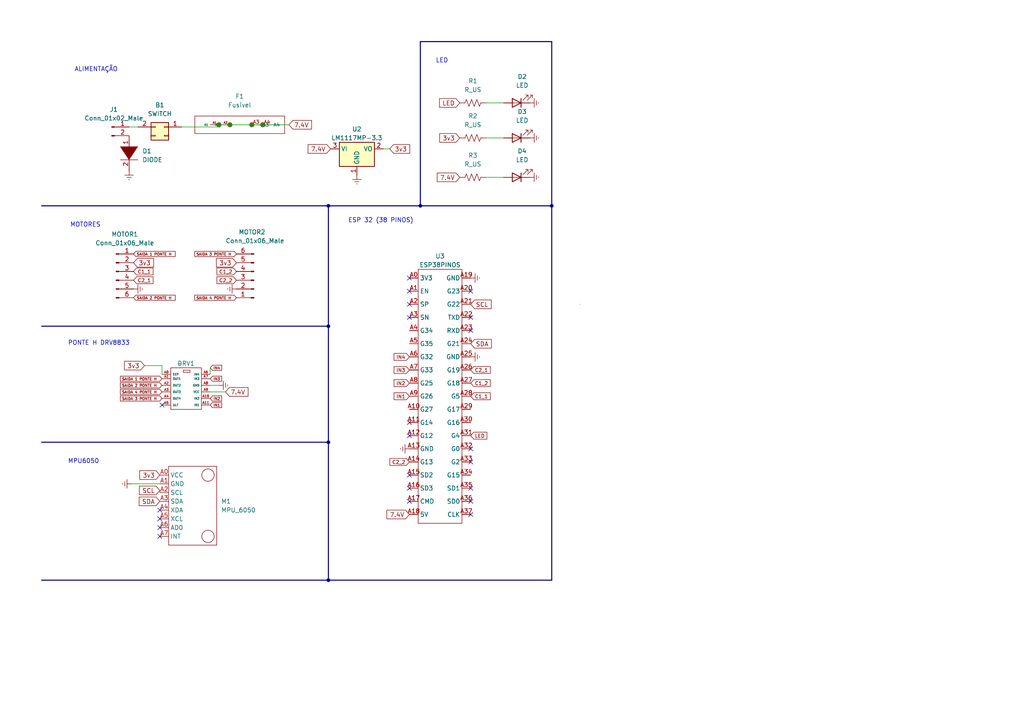
<source format=kicad_sch>
(kicad_sch (version 20230121) (generator eeschema)

  (uuid ae5eadbf-3dce-4826-a2b0-587e68aa7506)

  (paper "A4")

  (lib_symbols
    (symbol "Connector:Conn_01x02_Male" (pin_names (offset 1.016) hide) (in_bom yes) (on_board yes)
      (property "Reference" "J" (at 0 2.54 0)
        (effects (font (size 1.27 1.27)))
      )
      (property "Value" "Conn_01x02_Male" (at 0 -5.08 0)
        (effects (font (size 1.27 1.27)))
      )
      (property "Footprint" "" (at 0 0 0)
        (effects (font (size 1.27 1.27)) hide)
      )
      (property "Datasheet" "~" (at 0 0 0)
        (effects (font (size 1.27 1.27)) hide)
      )
      (property "ki_keywords" "connector" (at 0 0 0)
        (effects (font (size 1.27 1.27)) hide)
      )
      (property "ki_description" "Generic connector, single row, 01x02, script generated (kicad-library-utils/schlib/autogen/connector/)" (at 0 0 0)
        (effects (font (size 1.27 1.27)) hide)
      )
      (property "ki_fp_filters" "Connector*:*_1x??_*" (at 0 0 0)
        (effects (font (size 1.27 1.27)) hide)
      )
      (symbol "Conn_01x02_Male_1_1"
        (polyline
          (pts
            (xy 1.27 -2.54)
            (xy 0.8636 -2.54)
          )
          (stroke (width 0.1524) (type default))
          (fill (type none))
        )
        (polyline
          (pts
            (xy 1.27 0)
            (xy 0.8636 0)
          )
          (stroke (width 0.1524) (type default))
          (fill (type none))
        )
        (rectangle (start 0.8636 -2.413) (end 0 -2.667)
          (stroke (width 0.1524) (type default))
          (fill (type outline))
        )
        (rectangle (start 0.8636 0.127) (end 0 -0.127)
          (stroke (width 0.1524) (type default))
          (fill (type outline))
        )
        (pin passive line (at 5.08 0 180) (length 3.81)
          (name "Pin_1" (effects (font (size 1.27 1.27))))
          (number "1" (effects (font (size 1.27 1.27))))
        )
        (pin passive line (at 5.08 -2.54 180) (length 3.81)
          (name "Pin_2" (effects (font (size 1.27 1.27))))
          (number "2" (effects (font (size 1.27 1.27))))
        )
      )
    )
    (symbol "Connector:Conn_01x06_Male" (pin_names (offset 1.016) hide) (in_bom yes) (on_board yes)
      (property "Reference" "J" (at 0 7.62 0)
        (effects (font (size 1.27 1.27)))
      )
      (property "Value" "Conn_01x06_Male" (at 0 -10.16 0)
        (effects (font (size 1.27 1.27)))
      )
      (property "Footprint" "" (at 0 0 0)
        (effects (font (size 1.27 1.27)) hide)
      )
      (property "Datasheet" "~" (at 0 0 0)
        (effects (font (size 1.27 1.27)) hide)
      )
      (property "ki_keywords" "connector" (at 0 0 0)
        (effects (font (size 1.27 1.27)) hide)
      )
      (property "ki_description" "Generic connector, single row, 01x06, script generated (kicad-library-utils/schlib/autogen/connector/)" (at 0 0 0)
        (effects (font (size 1.27 1.27)) hide)
      )
      (property "ki_fp_filters" "Connector*:*_1x??_*" (at 0 0 0)
        (effects (font (size 1.27 1.27)) hide)
      )
      (symbol "Conn_01x06_Male_1_1"
        (polyline
          (pts
            (xy 1.27 -7.62)
            (xy 0.8636 -7.62)
          )
          (stroke (width 0.1524) (type default))
          (fill (type none))
        )
        (polyline
          (pts
            (xy 1.27 -5.08)
            (xy 0.8636 -5.08)
          )
          (stroke (width 0.1524) (type default))
          (fill (type none))
        )
        (polyline
          (pts
            (xy 1.27 -2.54)
            (xy 0.8636 -2.54)
          )
          (stroke (width 0.1524) (type default))
          (fill (type none))
        )
        (polyline
          (pts
            (xy 1.27 0)
            (xy 0.8636 0)
          )
          (stroke (width 0.1524) (type default))
          (fill (type none))
        )
        (polyline
          (pts
            (xy 1.27 2.54)
            (xy 0.8636 2.54)
          )
          (stroke (width 0.1524) (type default))
          (fill (type none))
        )
        (polyline
          (pts
            (xy 1.27 5.08)
            (xy 0.8636 5.08)
          )
          (stroke (width 0.1524) (type default))
          (fill (type none))
        )
        (rectangle (start 0.8636 -7.493) (end 0 -7.747)
          (stroke (width 0.1524) (type default))
          (fill (type outline))
        )
        (rectangle (start 0.8636 -4.953) (end 0 -5.207)
          (stroke (width 0.1524) (type default))
          (fill (type outline))
        )
        (rectangle (start 0.8636 -2.413) (end 0 -2.667)
          (stroke (width 0.1524) (type default))
          (fill (type outline))
        )
        (rectangle (start 0.8636 0.127) (end 0 -0.127)
          (stroke (width 0.1524) (type default))
          (fill (type outline))
        )
        (rectangle (start 0.8636 2.667) (end 0 2.413)
          (stroke (width 0.1524) (type default))
          (fill (type outline))
        )
        (rectangle (start 0.8636 5.207) (end 0 4.953)
          (stroke (width 0.1524) (type default))
          (fill (type outline))
        )
        (pin passive line (at 5.08 5.08 180) (length 3.81)
          (name "Pin_1" (effects (font (size 1.27 1.27))))
          (number "1" (effects (font (size 1.27 1.27))))
        )
        (pin passive line (at 5.08 2.54 180) (length 3.81)
          (name "Pin_2" (effects (font (size 1.27 1.27))))
          (number "2" (effects (font (size 1.27 1.27))))
        )
        (pin passive line (at 5.08 0 180) (length 3.81)
          (name "Pin_3" (effects (font (size 1.27 1.27))))
          (number "3" (effects (font (size 1.27 1.27))))
        )
        (pin passive line (at 5.08 -2.54 180) (length 3.81)
          (name "Pin_4" (effects (font (size 1.27 1.27))))
          (number "4" (effects (font (size 1.27 1.27))))
        )
        (pin passive line (at 5.08 -5.08 180) (length 3.81)
          (name "Pin_5" (effects (font (size 1.27 1.27))))
          (number "5" (effects (font (size 1.27 1.27))))
        )
        (pin passive line (at 5.08 -7.62 180) (length 3.81)
          (name "Pin_6" (effects (font (size 1.27 1.27))))
          (number "6" (effects (font (size 1.27 1.27))))
        )
      )
    )
    (symbol "Connector_Generic:Conn_02x02_Counter_Clockwise" (pin_names (offset 1.016) hide) (in_bom yes) (on_board yes)
      (property "Reference" "B1" (at 1.27 6.35 0)
        (effects (font (size 1.27 1.27)))
      )
      (property "Value" "SWITCH" (at 1.27 3.81 0)
        (effects (font (size 1.27 1.27)))
      )
      (property "Footprint" "TerminalBlock:TerminalBlock_bornier-2_P5.08mm" (at 2.54 8.255 0)
        (effects (font (size 1.27 1.27)) hide)
      )
      (property "Datasheet" "~" (at 0 0 0)
        (effects (font (size 1.27 1.27)) hide)
      )
      (property "ki_keywords" "connector" (at 0 0 0)
        (effects (font (size 1.27 1.27)) hide)
      )
      (property "ki_description" "Generic connector, double row, 02x02, counter clockwise pin numbering scheme (similar to DIP package numbering), script generated (kicad-library-utils/schlib/autogen/connector/)" (at 0 0 0)
        (effects (font (size 1.27 1.27)) hide)
      )
      (property "ki_fp_filters" "Connector*:*_2x??_*" (at 0 0 0)
        (effects (font (size 1.27 1.27)) hide)
      )
      (symbol "Conn_02x02_Counter_Clockwise_1_1"
        (rectangle (start -1.27 -2.413) (end 0 -2.667)
          (stroke (width 0.1524) (type default))
          (fill (type none))
        )
        (rectangle (start -1.27 0.127) (end 0 -0.127)
          (stroke (width 0.1524) (type default))
          (fill (type none))
        )
        (rectangle (start -1.27 1.27) (end 3.81 -3.81)
          (stroke (width 0.254) (type default))
          (fill (type background))
        )
        (rectangle (start 3.81 -2.413) (end 2.54 -2.667)
          (stroke (width 0.1524) (type default))
          (fill (type none))
        )
        (rectangle (start 3.81 0.127) (end 2.54 -0.127)
          (stroke (width 0.1524) (type default))
          (fill (type none))
        )
        (pin passive line (at 7.62 0 180) (length 3.81)
          (name "1" (effects (font (size 1.27 1.27))))
          (number "1" (effects (font (size 1.27 1.27))))
        )
        (pin passive line (at -5.08 0 0) (length 3.81)
          (name "2" (effects (font (size 1.27 1.27))))
          (number "2" (effects (font (size 1.27 1.27))))
        )
      )
    )
    (symbol "DRV8833:DRV_" (in_bom yes) (on_board yes)
      (property "Reference" "DRV1" (at 0.9525 0 0)
        (effects (font (size 1.27 1.27)))
      )
      (property "Value" "~" (at 0 0 0)
        (effects (font (size 1.27 1.27)))
      )
      (property "Footprint" "DRV8833:DRV8833" (at 0 0 0)
        (effects (font (size 1.27 1.27)) hide)
      )
      (property "Datasheet" "" (at 0 0 0)
        (effects (font (size 1.27 1.27)) hide)
      )
      (symbol "DRV__0_1"
        (rectangle (start -2.54 -1.27) (end 6.35 -13.335)
          (stroke (width 0) (type default))
          (fill (type none))
        )
        (rectangle (start 1.1286 -1.9569) (end 3.0336 -2.5919)
          (stroke (width 0) (type default))
          (fill (type none))
        )
      )
      (symbol "DRV__1_1"
        (pin input line (at -5.08 -3.175 0) (length 2.54)
          (name "EEP" (effects (font (size 0.6 0.6))))
          (number "A0" (effects (font (size 0.7 0.7))))
        )
        (pin input line (at -5.08 -4.445 0) (length 2.54)
          (name "OUT1" (effects (font (size 0.6 0.6))))
          (number "A1" (effects (font (size 0.7 0.7))))
        )
        (pin input line (at 8.89 -10.16 180) (length 2.54)
          (name "IN2" (effects (font (size 0.6 0.6))))
          (number "A10" (effects (font (size 0.7 0.7))))
        )
        (pin input line (at 8.89 -12.065 180) (length 2.54)
          (name "IN1" (effects (font (size 0.6 0.6))))
          (number "A11" (effects (font (size 0.7 0.7))))
        )
        (pin input line (at -5.08 -6.35 0) (length 2.54)
          (name "OUT2" (effects (font (size 0.6 0.6))))
          (number "A2" (effects (font (size 0.7 0.7))))
        )
        (pin input line (at -5.08 -8.255 0) (length 2.54)
          (name "OUT3" (effects (font (size 0.6 0.6))))
          (number "A3" (effects (font (size 0.7 0.7))))
        )
        (pin input line (at -5.08 -10.16 0) (length 2.54)
          (name "OUT4" (effects (font (size 0.6 0.6))))
          (number "A4" (effects (font (size 0.7 0.7))))
        )
        (pin input line (at -5.08 -12.065 0) (length 2.54)
          (name "ULT" (effects (font (size 0.6 0.6))))
          (number "A5" (effects (font (size 0.7 0.7))))
        )
        (pin input line (at 8.89 -3.175 180) (length 2.54)
          (name "IN4" (effects (font (size 0.6 0.6))))
          (number "A6" (effects (font (size 0.7 0.7))))
        )
        (pin input line (at 8.89 -4.445 180) (length 2.54)
          (name "IN3" (effects (font (size 0.6 0.6))))
          (number "A7" (effects (font (size 0.7 0.7))))
        )
        (pin power_in line (at 8.89 -6.35 180) (length 2.54)
          (name "GND" (effects (font (size 0.6 0.6))))
          (number "A8" (effects (font (size 0.7 0.7))))
        )
        (pin power_in line (at 8.89 -8.255 180) (length 2.54)
          (name "VCC" (effects (font (size 0.6 0.6))))
          (number "A9" (effects (font (size 0.7 0.7))))
        )
      )
    )
    (symbol "Device:LED" (pin_numbers hide) (pin_names (offset 1.016) hide) (in_bom yes) (on_board yes)
      (property "Reference" "D" (at 0 2.54 0)
        (effects (font (size 1.27 1.27)))
      )
      (property "Value" "LED" (at 0 -2.54 0)
        (effects (font (size 1.27 1.27)))
      )
      (property "Footprint" "" (at 0 0 0)
        (effects (font (size 1.27 1.27)) hide)
      )
      (property "Datasheet" "~" (at 0 0 0)
        (effects (font (size 1.27 1.27)) hide)
      )
      (property "ki_keywords" "LED diode" (at 0 0 0)
        (effects (font (size 1.27 1.27)) hide)
      )
      (property "ki_description" "Light emitting diode" (at 0 0 0)
        (effects (font (size 1.27 1.27)) hide)
      )
      (property "ki_fp_filters" "LED* LED_SMD:* LED_THT:*" (at 0 0 0)
        (effects (font (size 1.27 1.27)) hide)
      )
      (symbol "LED_0_1"
        (polyline
          (pts
            (xy -1.27 -1.27)
            (xy -1.27 1.27)
          )
          (stroke (width 0.254) (type default))
          (fill (type none))
        )
        (polyline
          (pts
            (xy -1.27 0)
            (xy 1.27 0)
          )
          (stroke (width 0) (type default))
          (fill (type none))
        )
        (polyline
          (pts
            (xy 1.27 -1.27)
            (xy 1.27 1.27)
            (xy -1.27 0)
            (xy 1.27 -1.27)
          )
          (stroke (width 0.254) (type default))
          (fill (type none))
        )
        (polyline
          (pts
            (xy -3.048 -0.762)
            (xy -4.572 -2.286)
            (xy -3.81 -2.286)
            (xy -4.572 -2.286)
            (xy -4.572 -1.524)
          )
          (stroke (width 0) (type default))
          (fill (type none))
        )
        (polyline
          (pts
            (xy -1.778 -0.762)
            (xy -3.302 -2.286)
            (xy -2.54 -2.286)
            (xy -3.302 -2.286)
            (xy -3.302 -1.524)
          )
          (stroke (width 0) (type default))
          (fill (type none))
        )
      )
      (symbol "LED_1_1"
        (pin passive line (at -3.81 0 0) (length 2.54)
          (name "K" (effects (font (size 1.27 1.27))))
          (number "1" (effects (font (size 1.27 1.27))))
        )
        (pin passive line (at 3.81 0 180) (length 2.54)
          (name "A" (effects (font (size 1.27 1.27))))
          (number "2" (effects (font (size 1.27 1.27))))
        )
      )
    )
    (symbol "Device:R_US" (pin_numbers hide) (pin_names (offset 0)) (in_bom yes) (on_board yes)
      (property "Reference" "R" (at 2.54 0 90)
        (effects (font (size 1.27 1.27)))
      )
      (property "Value" "R_US" (at -2.54 0 90)
        (effects (font (size 1.27 1.27)))
      )
      (property "Footprint" "" (at 1.016 -0.254 90)
        (effects (font (size 1.27 1.27)) hide)
      )
      (property "Datasheet" "~" (at 0 0 0)
        (effects (font (size 1.27 1.27)) hide)
      )
      (property "ki_keywords" "R res resistor" (at 0 0 0)
        (effects (font (size 1.27 1.27)) hide)
      )
      (property "ki_description" "Resistor, US symbol" (at 0 0 0)
        (effects (font (size 1.27 1.27)) hide)
      )
      (property "ki_fp_filters" "R_*" (at 0 0 0)
        (effects (font (size 1.27 1.27)) hide)
      )
      (symbol "R_US_0_1"
        (polyline
          (pts
            (xy 0 -2.286)
            (xy 0 -2.54)
          )
          (stroke (width 0) (type default))
          (fill (type none))
        )
        (polyline
          (pts
            (xy 0 2.286)
            (xy 0 2.54)
          )
          (stroke (width 0) (type default))
          (fill (type none))
        )
        (polyline
          (pts
            (xy 0 -0.762)
            (xy 1.016 -1.143)
            (xy 0 -1.524)
            (xy -1.016 -1.905)
            (xy 0 -2.286)
          )
          (stroke (width 0) (type default))
          (fill (type none))
        )
        (polyline
          (pts
            (xy 0 0.762)
            (xy 1.016 0.381)
            (xy 0 0)
            (xy -1.016 -0.381)
            (xy 0 -0.762)
          )
          (stroke (width 0) (type default))
          (fill (type none))
        )
        (polyline
          (pts
            (xy 0 2.286)
            (xy 1.016 1.905)
            (xy 0 1.524)
            (xy -1.016 1.143)
            (xy 0 0.762)
          )
          (stroke (width 0) (type default))
          (fill (type none))
        )
      )
      (symbol "R_US_1_1"
        (pin passive line (at 0 3.81 270) (length 1.27)
          (name "~" (effects (font (size 1.27 1.27))))
          (number "1" (effects (font (size 1.27 1.27))))
        )
        (pin passive line (at 0 -3.81 90) (length 1.27)
          (name "~" (effects (font (size 1.27 1.27))))
          (number "2" (effects (font (size 1.27 1.27))))
        )
      )
    )
    (symbol "ESP 38 PINOS:ESP38PINOS" (in_bom yes) (on_board yes)
      (property "Reference" "U" (at 3.81 2.54 0)
        (effects (font (size 1.27 1.27)))
      )
      (property "Value" "ESP38PINOS" (at 3.81 0 0)
        (effects (font (size 1.27 1.27)))
      )
      (property "Footprint" "" (at 3.81 0 0)
        (effects (font (size 1.27 1.27)) hide)
      )
      (property "Datasheet" "" (at 3.81 0 0)
        (effects (font (size 1.27 1.27)) hide)
      )
      (symbol "ESP38PINOS_0_1"
        (rectangle (start -2.54 -1.27) (end 10.16 -74.93)
          (stroke (width 0) (type default))
          (fill (type none))
        )
        (rectangle (start 44.45 -11.43) (end 44.45 -11.43)
          (stroke (width 0) (type default))
          (fill (type none))
        )
      )
      (symbol "ESP38PINOS_1_1"
        (pin input line (at -5.08 -3.81 0) (length 2.54)
          (name "3V3" (effects (font (size 1.27 1.27))))
          (number "A0" (effects (font (size 1.27 1.27))))
        )
        (pin input line (at -5.08 -7.62 0) (length 2.54)
          (name "EN" (effects (font (size 1.27 1.27))))
          (number "A1" (effects (font (size 1.27 1.27))))
        )
        (pin input line (at -5.08 -41.91 0) (length 2.54)
          (name "G27" (effects (font (size 1.27 1.27))))
          (number "A10" (effects (font (size 1.27 1.27))))
        )
        (pin input line (at -5.08 -45.72 0) (length 2.54)
          (name "G14" (effects (font (size 1.27 1.27))))
          (number "A11" (effects (font (size 1.27 1.27))))
        )
        (pin input line (at -5.08 -49.53 0) (length 2.54)
          (name "G12" (effects (font (size 1.27 1.27))))
          (number "A12" (effects (font (size 1.27 1.27))))
        )
        (pin input line (at -5.08 -53.34 0) (length 2.54)
          (name "GND" (effects (font (size 1.27 1.27))))
          (number "A13" (effects (font (size 1.27 1.27))))
        )
        (pin input line (at -5.08 -57.15 0) (length 2.54)
          (name "G13" (effects (font (size 1.27 1.27))))
          (number "A14" (effects (font (size 1.27 1.27))))
        )
        (pin input line (at -5.08 -60.96 0) (length 2.54)
          (name "SD2" (effects (font (size 1.27 1.27))))
          (number "A15" (effects (font (size 1.27 1.27))))
        )
        (pin input line (at -5.08 -64.77 0) (length 2.54)
          (name "SD3" (effects (font (size 1.27 1.27))))
          (number "A16" (effects (font (size 1.27 1.27))))
        )
        (pin input line (at -5.08 -68.58 0) (length 2.54)
          (name "CMD" (effects (font (size 1.27 1.27))))
          (number "A17" (effects (font (size 1.27 1.27))))
        )
        (pin input line (at -5.08 -72.39 0) (length 2.54)
          (name "5V" (effects (font (size 1.27 1.27))))
          (number "A18" (effects (font (size 1.27 1.27))))
        )
        (pin input line (at 12.7 -3.81 180) (length 2.54)
          (name "GND" (effects (font (size 1.27 1.27))))
          (number "A19" (effects (font (size 1.27 1.27))))
        )
        (pin input line (at -5.08 -11.43 0) (length 2.54)
          (name "SP" (effects (font (size 1.27 1.27))))
          (number "A2" (effects (font (size 1.27 1.27))))
        )
        (pin input line (at 12.7 -7.62 180) (length 2.54)
          (name "G23" (effects (font (size 1.27 1.27))))
          (number "A20" (effects (font (size 1.27 1.27))))
        )
        (pin input line (at 12.7 -11.43 180) (length 2.54)
          (name "G22" (effects (font (size 1.27 1.27))))
          (number "A21" (effects (font (size 1.27 1.27))))
        )
        (pin input line (at 12.7 -15.24 180) (length 2.54)
          (name "TXD" (effects (font (size 1.27 1.27))))
          (number "A22" (effects (font (size 1.27 1.27))))
        )
        (pin input line (at 12.7 -19.05 180) (length 2.54)
          (name "RXD" (effects (font (size 1.27 1.27))))
          (number "A23" (effects (font (size 1.27 1.27))))
        )
        (pin input line (at 12.7 -22.86 180) (length 2.54)
          (name "G21" (effects (font (size 1.27 1.27))))
          (number "A24" (effects (font (size 1.27 1.27))))
        )
        (pin input line (at 12.7 -26.67 180) (length 2.54)
          (name "GND" (effects (font (size 1.27 1.27))))
          (number "A25" (effects (font (size 1.27 1.27))))
        )
        (pin input line (at 12.7 -30.48 180) (length 2.54)
          (name "G19" (effects (font (size 1.27 1.27))))
          (number "A26" (effects (font (size 1.27 1.27))))
        )
        (pin input line (at 12.7 -34.29 180) (length 2.54)
          (name "G18" (effects (font (size 1.27 1.27))))
          (number "A27" (effects (font (size 1.27 1.27))))
        )
        (pin input line (at 12.7 -38.1 180) (length 2.54)
          (name "G5" (effects (font (size 1.27 1.27))))
          (number "A28" (effects (font (size 1.27 1.27))))
        )
        (pin input line (at 12.7 -41.91 180) (length 2.54)
          (name "G17" (effects (font (size 1.27 1.27))))
          (number "A29" (effects (font (size 1.27 1.27))))
        )
        (pin input line (at -5.08 -15.24 0) (length 2.54)
          (name "SN" (effects (font (size 1.27 1.27))))
          (number "A3" (effects (font (size 1.27 1.27))))
        )
        (pin input line (at 12.7 -45.72 180) (length 2.54)
          (name "G16" (effects (font (size 1.27 1.27))))
          (number "A30" (effects (font (size 1.27 1.27))))
        )
        (pin input line (at 12.7 -49.53 180) (length 2.54)
          (name "G4" (effects (font (size 1.27 1.27))))
          (number "A31" (effects (font (size 1.27 1.27))))
        )
        (pin input line (at 12.7 -53.34 180) (length 2.54)
          (name "G0" (effects (font (size 1.27 1.27))))
          (number "A32" (effects (font (size 1.27 1.27))))
        )
        (pin input line (at 12.7 -57.15 180) (length 2.54)
          (name "G2" (effects (font (size 1.27 1.27))))
          (number "A33" (effects (font (size 1.27 1.27))))
        )
        (pin input line (at 12.7 -60.96 180) (length 2.54)
          (name "G15" (effects (font (size 1.27 1.27))))
          (number "A34" (effects (font (size 1.27 1.27))))
        )
        (pin input line (at 12.7 -64.77 180) (length 2.54)
          (name "SD1" (effects (font (size 1.27 1.27))))
          (number "A35" (effects (font (size 1.27 1.27))))
        )
        (pin input line (at 12.7 -68.58 180) (length 2.54)
          (name "SD0" (effects (font (size 1.27 1.27))))
          (number "A36" (effects (font (size 1.27 1.27))))
        )
        (pin input line (at 12.7 -72.39 180) (length 2.54)
          (name "CLK" (effects (font (size 1.27 1.27))))
          (number "A37" (effects (font (size 1.27 1.27))))
        )
        (pin input line (at -5.08 -19.05 0) (length 2.54)
          (name "G34" (effects (font (size 1.27 1.27))))
          (number "A4" (effects (font (size 1.27 1.27))))
        )
        (pin input line (at -5.08 -22.86 0) (length 2.54)
          (name "G35" (effects (font (size 1.27 1.27))))
          (number "A5" (effects (font (size 1.27 1.27))))
        )
        (pin input line (at -5.08 -26.67 0) (length 2.54)
          (name "G32" (effects (font (size 1.27 1.27))))
          (number "A6" (effects (font (size 1.27 1.27))))
        )
        (pin input line (at -5.08 -30.48 0) (length 2.54)
          (name "G33" (effects (font (size 1.27 1.27))))
          (number "A7" (effects (font (size 1.27 1.27))))
        )
        (pin input line (at -5.08 -34.29 0) (length 2.54)
          (name "G25" (effects (font (size 1.27 1.27))))
          (number "A8" (effects (font (size 1.27 1.27))))
        )
        (pin input line (at -5.08 -38.1 0) (length 2.54)
          (name "G26" (effects (font (size 1.27 1.27))))
          (number "A9" (effects (font (size 1.27 1.27))))
        )
      )
    )
    (symbol "Earth_1" (power) (pin_names (offset 0)) (in_bom yes) (on_board yes)
      (property "Reference" "#PWR" (at 0 -6.35 0)
        (effects (font (size 1.27 1.27)) hide)
      )
      (property "Value" "Earth_1" (at 0 -3.81 0)
        (effects (font (size 1.27 1.27)) hide)
      )
      (property "Footprint" "" (at 0 0 0)
        (effects (font (size 1.27 1.27)) hide)
      )
      (property "Datasheet" "~" (at 0 0 0)
        (effects (font (size 1.27 1.27)) hide)
      )
      (property "ki_keywords" "global ground gnd" (at 0 0 0)
        (effects (font (size 1.27 1.27)) hide)
      )
      (property "ki_description" "Power symbol creates a global label with name \"Earth\"" (at 0 0 0)
        (effects (font (size 1.27 1.27)) hide)
      )
      (symbol "Earth_1_0_1"
        (polyline
          (pts
            (xy -0.635 -1.905)
            (xy 0.635 -1.905)
          )
          (stroke (width 0) (type default))
          (fill (type none))
        )
        (polyline
          (pts
            (xy -0.127 -2.54)
            (xy 0.127 -2.54)
          )
          (stroke (width 0) (type default))
          (fill (type none))
        )
        (polyline
          (pts
            (xy 0 -1.27)
            (xy 0 0)
          )
          (stroke (width 0) (type default))
          (fill (type none))
        )
        (polyline
          (pts
            (xy 1.27 -1.27)
            (xy -1.27 -1.27)
          )
          (stroke (width 0) (type default))
          (fill (type none))
        )
      )
      (symbol "Earth_1_1_1"
        (pin power_in line (at 0 0 270) (length 0) hide
          (name "Earth" (effects (font (size 1.27 1.27))))
          (number "1" (effects (font (size 1.27 1.27))))
        )
      )
    )
    (symbol "Earth_2" (power) (pin_names (offset 0)) (in_bom yes) (on_board yes)
      (property "Reference" "#PWR" (at 0 -6.35 0)
        (effects (font (size 1.27 1.27)) hide)
      )
      (property "Value" "Earth_2" (at 0 -3.81 0)
        (effects (font (size 1.27 1.27)) hide)
      )
      (property "Footprint" "" (at 0 0 0)
        (effects (font (size 1.27 1.27)) hide)
      )
      (property "Datasheet" "~" (at 0 0 0)
        (effects (font (size 1.27 1.27)) hide)
      )
      (property "ki_keywords" "global ground gnd" (at 0 0 0)
        (effects (font (size 1.27 1.27)) hide)
      )
      (property "ki_description" "Power symbol creates a global label with name \"Earth\"" (at 0 0 0)
        (effects (font (size 1.27 1.27)) hide)
      )
      (symbol "Earth_2_0_1"
        (polyline
          (pts
            (xy -0.635 -1.905)
            (xy 0.635 -1.905)
          )
          (stroke (width 0) (type default))
          (fill (type none))
        )
        (polyline
          (pts
            (xy -0.127 -2.54)
            (xy 0.127 -2.54)
          )
          (stroke (width 0) (type default))
          (fill (type none))
        )
        (polyline
          (pts
            (xy 0 -1.27)
            (xy 0 0)
          )
          (stroke (width 0) (type default))
          (fill (type none))
        )
        (polyline
          (pts
            (xy 1.27 -1.27)
            (xy -1.27 -1.27)
          )
          (stroke (width 0) (type default))
          (fill (type none))
        )
      )
      (symbol "Earth_2_1_1"
        (pin power_in line (at 0 0 270) (length 0) hide
          (name "Earth" (effects (font (size 1.27 1.27))))
          (number "1" (effects (font (size 1.27 1.27))))
        )
      )
    )
    (symbol "Earth_3" (power) (pin_names (offset 0)) (in_bom yes) (on_board yes)
      (property "Reference" "#PWR" (at 0 -6.35 0)
        (effects (font (size 1.27 1.27)) hide)
      )
      (property "Value" "Earth_3" (at 0 -3.81 0)
        (effects (font (size 1.27 1.27)) hide)
      )
      (property "Footprint" "" (at 0 0 0)
        (effects (font (size 1.27 1.27)) hide)
      )
      (property "Datasheet" "~" (at 0 0 0)
        (effects (font (size 1.27 1.27)) hide)
      )
      (property "ki_keywords" "global ground gnd" (at 0 0 0)
        (effects (font (size 1.27 1.27)) hide)
      )
      (property "ki_description" "Power symbol creates a global label with name \"Earth\"" (at 0 0 0)
        (effects (font (size 1.27 1.27)) hide)
      )
      (symbol "Earth_3_0_1"
        (polyline
          (pts
            (xy -0.635 -1.905)
            (xy 0.635 -1.905)
          )
          (stroke (width 0) (type default))
          (fill (type none))
        )
        (polyline
          (pts
            (xy -0.127 -2.54)
            (xy 0.127 -2.54)
          )
          (stroke (width 0) (type default))
          (fill (type none))
        )
        (polyline
          (pts
            (xy 0 -1.27)
            (xy 0 0)
          )
          (stroke (width 0) (type default))
          (fill (type none))
        )
        (polyline
          (pts
            (xy 1.27 -1.27)
            (xy -1.27 -1.27)
          )
          (stroke (width 0) (type default))
          (fill (type none))
        )
      )
      (symbol "Earth_3_1_1"
        (pin power_in line (at 0 0 270) (length 0) hide
          (name "Earth" (effects (font (size 1.27 1.27))))
          (number "1" (effects (font (size 1.27 1.27))))
        )
      )
    )
    (symbol "Earth_4" (power) (pin_names (offset 0)) (in_bom yes) (on_board yes)
      (property "Reference" "#PWR" (at 0 -6.35 0)
        (effects (font (size 1.27 1.27)) hide)
      )
      (property "Value" "Earth_4" (at 0 -3.81 0)
        (effects (font (size 1.27 1.27)) hide)
      )
      (property "Footprint" "" (at 0 0 0)
        (effects (font (size 1.27 1.27)) hide)
      )
      (property "Datasheet" "~" (at 0 0 0)
        (effects (font (size 1.27 1.27)) hide)
      )
      (property "ki_keywords" "global ground gnd" (at 0 0 0)
        (effects (font (size 1.27 1.27)) hide)
      )
      (property "ki_description" "Power symbol creates a global label with name \"Earth\"" (at 0 0 0)
        (effects (font (size 1.27 1.27)) hide)
      )
      (symbol "Earth_4_0_1"
        (polyline
          (pts
            (xy -0.635 -1.905)
            (xy 0.635 -1.905)
          )
          (stroke (width 0) (type default))
          (fill (type none))
        )
        (polyline
          (pts
            (xy -0.127 -2.54)
            (xy 0.127 -2.54)
          )
          (stroke (width 0) (type default))
          (fill (type none))
        )
        (polyline
          (pts
            (xy 0 -1.27)
            (xy 0 0)
          )
          (stroke (width 0) (type default))
          (fill (type none))
        )
        (polyline
          (pts
            (xy 1.27 -1.27)
            (xy -1.27 -1.27)
          )
          (stroke (width 0) (type default))
          (fill (type none))
        )
      )
      (symbol "Earth_4_1_1"
        (pin power_in line (at 0 0 270) (length 0) hide
          (name "Earth" (effects (font (size 1.27 1.27))))
          (number "1" (effects (font (size 1.27 1.27))))
        )
      )
    )
    (symbol "Fusivel:Fusivel" (in_bom yes) (on_board yes)
      (property "Reference" "F1" (at 0.3175 3.81 0)
        (effects (font (size 1.27 1.27)))
      )
      (property "Value" "Fusivel" (at 0.3175 1.27 0)
        (effects (font (size 1.27 1.27)))
      )
      (property "Footprint" "ESP 38:FUSIVEL" (at 0 0 0)
        (effects (font (size 1.27 1.27)) hide)
      )
      (property "Datasheet" "" (at 0 0 0)
        (effects (font (size 1.27 1.27)) hide)
      )
      (symbol "Fusivel_0_1"
        (rectangle (start -12.7 -1.905) (end 13.335 -6.985)
          (stroke (width 0) (type default))
          (fill (type none))
        )
        (circle (center -5.715 -4.445) (radius 0.635)
          (stroke (width 0) (type default))
          (fill (type none))
        )
        (circle (center -2.54 -4.445) (radius 0.635)
          (stroke (width 0) (type default))
          (fill (type none))
        )
        (circle (center 3.81 -4.445) (radius 0.635)
          (stroke (width 0) (type default))
          (fill (type none))
        )
        (circle (center 6.985 -4.445) (radius 0.635)
          (stroke (width 0) (type default))
          (fill (type none))
        )
      )
      (symbol "Fusivel_1_1"
        (pin input line (at -5.715 -4.445 180) (length 2.54)
          (name "A1" (effects (font (size 0.6 0.6))))
          (number "A1" (effects (font (size 0.6 0.6))))
        )
        (pin input line (at -2.54 -4.445 180) (length 2.54)
          (name "A2" (effects (font (size 0.6 0.6))))
          (number "A2" (effects (font (size 0.6 0.6))))
        )
        (pin input line (at 3.81 -4.445 0) (length 2.54)
          (name "A3" (effects (font (size 1 1))))
          (number "A3" (effects (font (size 1 1))))
        )
        (pin input line (at 6.985 -4.445 0) (length 2.54)
          (name "A4" (effects (font (size 1 1))))
          (number "A4" (effects (font (size 1 1))))
        )
      )
    )
    (symbol "MPU-6050:MPU_6050" (in_bom yes) (on_board yes)
      (property "Reference" "M" (at 0 2.54 0)
        (effects (font (size 1.27 1.27)))
      )
      (property "Value" "MPU_6050" (at 0 0 0)
        (effects (font (size 1.27 1.27)))
      )
      (property "Footprint" "" (at 0 0 0)
        (effects (font (size 1.27 1.27)) hide)
      )
      (property "Datasheet" "" (at 0 0 0)
        (effects (font (size 1.27 1.27)) hide)
      )
      (symbol "MPU_6050_0_1"
        (rectangle (start 0 -2.54) (end 13.97 -25.4)
          (stroke (width 0) (type default))
          (fill (type none))
        )
        (circle (center 11.43 -22.86) (radius 1.7961)
          (stroke (width 0) (type default))
          (fill (type none))
        )
        (circle (center 11.43 -5.08) (radius 1.7961)
          (stroke (width 0) (type default))
          (fill (type none))
        )
      )
      (symbol "MPU_6050_1_1"
        (pin input line (at -2.54 -5.08 0) (length 2.54)
          (name "VCC" (effects (font (size 1.27 1.27))))
          (number "A0" (effects (font (size 1.27 1.27))))
        )
        (pin input line (at -2.54 -7.62 0) (length 2.54)
          (name "GND" (effects (font (size 1.27 1.27))))
          (number "A1" (effects (font (size 1.27 1.27))))
        )
        (pin output line (at -2.54 -10.16 0) (length 2.54)
          (name "SCL" (effects (font (size 1.27 1.27))))
          (number "A2" (effects (font (size 1.27 1.27))))
        )
        (pin output line (at -2.54 -12.7 0) (length 2.54)
          (name "SDA" (effects (font (size 1.27 1.27))))
          (number "A3" (effects (font (size 1.27 1.27))))
        )
        (pin output line (at -2.54 -15.24 0) (length 2.54)
          (name "XDA" (effects (font (size 1.27 1.27))))
          (number "A4" (effects (font (size 1.27 1.27))))
        )
        (pin output line (at -2.54 -17.78 0) (length 2.54)
          (name "XCL" (effects (font (size 1.27 1.27))))
          (number "A5" (effects (font (size 1.27 1.27))))
        )
        (pin output line (at -2.54 -20.32 0) (length 2.54)
          (name "AD0" (effects (font (size 1.27 1.27))))
          (number "A6" (effects (font (size 1.27 1.27))))
        )
        (pin output line (at -2.54 -22.86 0) (length 2.54)
          (name "INT" (effects (font (size 1.27 1.27))))
          (number "A7" (effects (font (size 1.27 1.27))))
        )
      )
    )
    (symbol "Regulator_Linear:LM1117MP-3.3" (in_bom yes) (on_board yes)
      (property "Reference" "U" (at -3.81 3.175 0)
        (effects (font (size 1.27 1.27)))
      )
      (property "Value" "LM1117MP-3.3" (at 0 3.175 0)
        (effects (font (size 1.27 1.27)) (justify left))
      )
      (property "Footprint" "Package_TO_SOT_SMD:SOT-223-3_TabPin2" (at 0 0 0)
        (effects (font (size 1.27 1.27)) hide)
      )
      (property "Datasheet" "http://www.ti.com/lit/ds/symlink/lm1117.pdf" (at 0 0 0)
        (effects (font (size 1.27 1.27)) hide)
      )
      (property "ki_keywords" "linear regulator ldo fixed positive" (at 0 0 0)
        (effects (font (size 1.27 1.27)) hide)
      )
      (property "ki_description" "800mA Low-Dropout Linear Regulator, 3.3V fixed output, SOT-223" (at 0 0 0)
        (effects (font (size 1.27 1.27)) hide)
      )
      (property "ki_fp_filters" "SOT?223*" (at 0 0 0)
        (effects (font (size 1.27 1.27)) hide)
      )
      (symbol "LM1117MP-3.3_0_1"
        (rectangle (start -5.08 -5.08) (end 5.08 1.905)
          (stroke (width 0.254) (type default))
          (fill (type background))
        )
      )
      (symbol "LM1117MP-3.3_1_1"
        (pin power_in line (at 0 -7.62 90) (length 2.54)
          (name "GND" (effects (font (size 1.27 1.27))))
          (number "1" (effects (font (size 1.27 1.27))))
        )
        (pin power_out line (at 7.62 0 180) (length 2.54)
          (name "VO" (effects (font (size 1.27 1.27))))
          (number "2" (effects (font (size 1.27 1.27))))
        )
        (pin power_in line (at -7.62 0 0) (length 2.54)
          (name "VI" (effects (font (size 1.27 1.27))))
          (number "3" (effects (font (size 1.27 1.27))))
        )
      )
    )
    (symbol "power:Earth" (power) (pin_names (offset 0)) (in_bom yes) (on_board yes)
      (property "Reference" "#PWR" (at 0 -6.35 0)
        (effects (font (size 1.27 1.27)) hide)
      )
      (property "Value" "Earth" (at 0 -3.81 0)
        (effects (font (size 1.27 1.27)) hide)
      )
      (property "Footprint" "" (at 0 0 0)
        (effects (font (size 1.27 1.27)) hide)
      )
      (property "Datasheet" "~" (at 0 0 0)
        (effects (font (size 1.27 1.27)) hide)
      )
      (property "ki_keywords" "power-flag ground gnd" (at 0 0 0)
        (effects (font (size 1.27 1.27)) hide)
      )
      (property "ki_description" "Power symbol creates a global label with name \"Earth\"" (at 0 0 0)
        (effects (font (size 1.27 1.27)) hide)
      )
      (symbol "Earth_0_1"
        (polyline
          (pts
            (xy -0.635 -1.905)
            (xy 0.635 -1.905)
          )
          (stroke (width 0) (type default))
          (fill (type none))
        )
        (polyline
          (pts
            (xy -0.127 -2.54)
            (xy 0.127 -2.54)
          )
          (stroke (width 0) (type default))
          (fill (type none))
        )
        (polyline
          (pts
            (xy 0 -1.27)
            (xy 0 0)
          )
          (stroke (width 0) (type default))
          (fill (type none))
        )
        (polyline
          (pts
            (xy 1.27 -1.27)
            (xy -1.27 -1.27)
          )
          (stroke (width 0) (type default))
          (fill (type none))
        )
      )
      (symbol "Earth_1_1"
        (pin power_in line (at 0 0 270) (length 0) hide
          (name "Earth" (effects (font (size 1.27 1.27))))
          (number "1" (effects (font (size 1.27 1.27))))
        )
      )
    )
    (symbol "pspice:DIODE" (pin_names (offset 1.016) hide) (in_bom yes) (on_board yes)
      (property "Reference" "D" (at 0 3.81 0)
        (effects (font (size 1.27 1.27)))
      )
      (property "Value" "DIODE" (at 0 -4.445 0)
        (effects (font (size 1.27 1.27)))
      )
      (property "Footprint" "" (at 0 0 0)
        (effects (font (size 1.27 1.27)) hide)
      )
      (property "Datasheet" "~" (at 0 0 0)
        (effects (font (size 1.27 1.27)) hide)
      )
      (property "ki_keywords" "simulation" (at 0 0 0)
        (effects (font (size 1.27 1.27)) hide)
      )
      (property "ki_description" "Diode symbol for simulation only. Pin order incompatible with official kicad footprints" (at 0 0 0)
        (effects (font (size 1.27 1.27)) hide)
      )
      (symbol "DIODE_0_1"
        (polyline
          (pts
            (xy 1.905 2.54)
            (xy 1.905 -2.54)
          )
          (stroke (width 0) (type default))
          (fill (type none))
        )
        (polyline
          (pts
            (xy -1.905 2.54)
            (xy -1.905 -2.54)
            (xy 1.905 0)
          )
          (stroke (width 0) (type default))
          (fill (type outline))
        )
      )
      (symbol "DIODE_1_1"
        (pin input line (at -5.08 0 0) (length 3.81)
          (name "K" (effects (font (size 1.27 1.27))))
          (number "1" (effects (font (size 1.27 1.27))))
        )
        (pin input line (at 5.08 0 180) (length 3.81)
          (name "A" (effects (font (size 1.27 1.27))))
          (number "2" (effects (font (size 1.27 1.27))))
        )
      )
    )
  )

  (junction (at 66.675 36.195) (diameter 0) (color 0 0 0 0)
    (uuid 09733795-6352-4774-a67b-4dec3fbdff63)
  )
  (junction (at 95.25 128.27) (diameter 0) (color 0 0 0 0)
    (uuid 0eed91d1-267f-4d35-ae8d-82a537b7bfc6)
  )
  (junction (at 76.2 36.195) (diameter 0) (color 0 0 0 0)
    (uuid 2cd70218-7153-4786-bbd1-e589e94402e2)
  )
  (junction (at 121.92 59.69) (diameter 0) (color 0 0 0 0)
    (uuid 4a149567-c77b-4b3a-bb64-9e204a58631b)
  )
  (junction (at 160.02 59.69) (diameter 0) (color 0 0 0 0)
    (uuid 80b96af4-2dd1-446f-9bbf-f4fa2f5cf18f)
  )
  (junction (at 95.25 59.69) (diameter 0) (color 0 0 0 0)
    (uuid aa367ff1-a63c-4cb8-b500-d04c7636f28c)
  )
  (junction (at 95.25 94.615) (diameter 0) (color 0 0 0 0)
    (uuid c0e6dbb1-57f2-4d7a-b910-3f4f4495b3c9)
  )
  (junction (at 73.025 36.195) (diameter 0) (color 0 0 0 0)
    (uuid d47705dd-1342-4eec-9ea9-890c2b270661)
  )
  (junction (at 95.25 168.275) (diameter 0) (color 0 0 0 0)
    (uuid e0701061-53fc-407e-939b-f668679ba860)
  )
  (junction (at 63.5 36.195) (diameter 0) (color 0 0 0 0)
    (uuid e32e71c2-d21e-4426-8cc9-d5348e026f3a)
  )

  (no_connect (at 46.355 155.575) (uuid 01bf42b0-a0b5-48d9-83d5-2ab6503bed6e))
  (no_connect (at 46.355 150.495) (uuid 0521d0cd-c795-4eb3-ba86-5f13d2465133))
  (no_connect (at 136.525 145.415) (uuid 12ffc27d-405c-469f-a199-df81e64690f0))
  (no_connect (at 46.355 147.955) (uuid 1cc81637-b871-4ee3-9bd7-bf69d01c9555))
  (no_connect (at 136.525 149.225) (uuid 1d3ebf18-9f5d-4532-9ee6-cb03fb34b9b6))
  (no_connect (at 136.525 141.605) (uuid 2d6f3947-f6dc-45b9-a6a3-2c67fb06ce03))
  (no_connect (at 118.745 141.605) (uuid 3ebb4a4c-af4c-4aa0-b272-649831b14ecd))
  (no_connect (at 136.525 92.075) (uuid 41210b1f-0993-4a9f-8878-c7d138a9f876))
  (no_connect (at 118.745 80.645) (uuid 47927845-63ea-40b9-a685-0317dd8794bc))
  (no_connect (at 118.745 145.415) (uuid 49f9b158-36ae-49c2-b222-263ada7d78a6))
  (no_connect (at 118.745 137.795) (uuid 4f8e932e-619b-40a1-91ee-f3a6791fe950))
  (no_connect (at 46.99 117.475) (uuid 50251be8-3008-43fa-a845-0b0686202a9d))
  (no_connect (at 136.525 95.885) (uuid 516316f3-0cec-45a2-8454-959b225d0aa6))
  (no_connect (at 46.355 153.035) (uuid 5614faeb-be1c-427c-bad2-f424968c092d))
  (no_connect (at 118.745 92.075) (uuid 63e9132f-a63f-4fac-a7cb-3960d2bce3ff))
  (no_connect (at 118.745 126.365) (uuid 71882dc0-bdfb-4715-9043-ba39aee225a7))
  (no_connect (at 118.745 84.455) (uuid 7e11d95e-bdc8-4dee-9832-8458012d8257))
  (no_connect (at 136.525 133.985) (uuid 82327fd8-480b-42e6-8c53-51c38a636bd7))
  (no_connect (at 118.745 122.555) (uuid 94fbd6bf-a3ce-4449-83d2-380430b81226))
  (no_connect (at 136.525 130.175) (uuid bf9a6618-9cf7-4dc5-ae3b-9bc7ce56e074))
  (no_connect (at 118.745 88.265) (uuid c2666618-0f85-4c99-885d-fb8e9ee2344f))
  (no_connect (at 136.525 84.455) (uuid f3ca469a-46af-4900-9cc0-3229b1875f3d))

  (wire (pts (xy 113.03 43.18) (xy 111.125 43.18))
    (stroke (width 0) (type default))
    (uuid 065c87a0-7e97-4c4d-ba30-d3244208cb59)
  )
  (wire (pts (xy 140.97 40.005) (xy 146.05 40.005))
    (stroke (width 0) (type default))
    (uuid 078cc6ad-1d68-4d76-9d80-9d0cabc829f6)
  )
  (wire (pts (xy 63.5 36.195) (xy 66.675 36.195))
    (stroke (width 0) (type default))
    (uuid 085d96aa-37c8-4265-acf9-004ea2121bd4)
  )
  (bus (pts (xy 121.92 59.69) (xy 160.02 59.69))
    (stroke (width 0) (type default))
    (uuid 0a151d3d-4003-4413-b2d8-7db99f229363)
  )

  (wire (pts (xy 52.705 36.83) (xy 63.5 36.83))
    (stroke (width 0) (type default))
    (uuid 381dda12-57bf-40d7-b1ec-b436f48a81d0)
  )
  (wire (pts (xy 76.2 36.195) (xy 83.82 36.195))
    (stroke (width 0) (type default))
    (uuid 3c433214-5e01-49ac-940c-f08a0884eb8f)
  )
  (bus (pts (xy 95.25 59.69) (xy 95.25 94.615))
    (stroke (width 0) (type default))
    (uuid 5b500f33-bc56-445d-b156-43b5792650d4)
  )

  (wire (pts (xy 46.99 106.045) (xy 46.99 108.585))
    (stroke (width 0) (type default))
    (uuid 5f3ac106-58ca-48ab-af67-fa224dee8c64)
  )
  (wire (pts (xy 73.025 36.195) (xy 76.2 36.195))
    (stroke (width 0) (type default))
    (uuid 60b71eb3-72f5-44af-8083-3a47ef072698)
  )
  (bus (pts (xy 160.02 59.69) (xy 160.02 12.065))
    (stroke (width 0) (type default))
    (uuid 698088c9-c967-41aa-aff6-d07346baa80c)
  )
  (bus (pts (xy 121.92 12.065) (xy 160.02 12.065))
    (stroke (width 0) (type default))
    (uuid 6e4a42a2-43d1-48d2-94e9-14f660300e2e)
  )

  (wire (pts (xy 140.97 29.845) (xy 146.05 29.845))
    (stroke (width 0) (type default))
    (uuid 747b1260-6714-44e5-ae37-3e9789b07263)
  )
  (bus (pts (xy 12.065 168.275) (xy 95.25 168.275))
    (stroke (width 0) (type default))
    (uuid 8113da3f-6bb1-4978-9223-8c9a642bfe26)
  )
  (bus (pts (xy 12.065 128.27) (xy 95.25 128.27))
    (stroke (width 0) (type default))
    (uuid 906a6e8c-7bb5-416f-be57-731aab0e5124)
  )
  (bus (pts (xy 95.25 168.275) (xy 95.25 128.27))
    (stroke (width 0) (type default))
    (uuid 923a5f35-2c55-4f24-bc72-da1424aa8f7e)
  )

  (wire (pts (xy 65.405 113.665) (xy 60.96 113.665))
    (stroke (width 0) (type default))
    (uuid 92a6ce61-35c0-41db-87aa-a81a0a77f1e7)
  )
  (wire (pts (xy 41.91 106.045) (xy 46.99 106.045))
    (stroke (width 0) (type default))
    (uuid 9501021d-c613-4765-a661-f2c03e3e4c70)
  )
  (bus (pts (xy 12.065 94.615) (xy 95.25 94.615))
    (stroke (width 0) (type default))
    (uuid 9ae5a44b-7ec9-4463-9dce-3d738589f5e3)
  )

  (wire (pts (xy 38.1 140.335) (xy 46.355 140.335))
    (stroke (width 0) (type default))
    (uuid aadb62d2-4e4f-452c-8ddc-96efd05d69d3)
  )
  (wire (pts (xy 37.465 36.83) (xy 40.005 36.83))
    (stroke (width 0) (type default))
    (uuid be5e5886-32b5-4bc3-934f-7a0474531172)
  )
  (wire (pts (xy 140.97 51.435) (xy 146.05 51.435))
    (stroke (width 0) (type default))
    (uuid c2cacfed-d38c-4455-bd0e-6aa24dfd671a)
  )
  (wire (pts (xy 60.96 106.68) (xy 60.96 108.585))
    (stroke (width 0) (type default))
    (uuid c9b089b5-119c-40e3-a6da-3afac58ffb20)
  )
  (bus (pts (xy 95.25 94.615) (xy 95.25 128.27))
    (stroke (width 0) (type default))
    (uuid d0a03845-e4a0-42cf-a235-71b3f3400a4f)
  )
  (bus (pts (xy 95.25 59.69) (xy 121.92 59.69))
    (stroke (width 0) (type default))
    (uuid d72e295e-a21e-4613-a389-08370667b692)
  )

  (wire (pts (xy 63.5 111.76) (xy 60.96 111.76))
    (stroke (width 0) (type default))
    (uuid dae8e4ea-2a6d-4c7e-b0ec-11db9fa834b6)
  )
  (bus (pts (xy 12.065 59.69) (xy 95.25 59.69))
    (stroke (width 0) (type default))
    (uuid e0f0f1e4-874e-4029-9fcd-ca21adb22474)
  )

  (wire (pts (xy 66.675 36.195) (xy 73.025 36.195))
    (stroke (width 0) (type default))
    (uuid e186932e-0f99-4931-968d-759f929fe979)
  )
  (bus (pts (xy 160.02 59.69) (xy 160.02 168.275))
    (stroke (width 0) (type default))
    (uuid efc86383-b519-4735-a809-0d05f9c62b35)
  )
  (bus (pts (xy 160.02 168.275) (xy 95.25 168.275))
    (stroke (width 0) (type default))
    (uuid f013bcfd-0bb0-49ed-ad9d-6eb15cb4d770)
  )

  (wire (pts (xy 46.355 142.24) (xy 46.355 142.875))
    (stroke (width 0) (type default))
    (uuid f216891c-0e88-49e5-a541-18643aba295f)
  )
  (wire (pts (xy 63.5 36.83) (xy 63.5 36.195))
    (stroke (width 0) (type default))
    (uuid f8caa1b8-e48a-4e8e-9329-c28cbe82b7b2)
  )
  (bus (pts (xy 121.92 12.065) (xy 121.92 59.69))
    (stroke (width 0) (type default))
    (uuid fff0c3b5-2066-4675-a505-391f72abbccb)
  )

  (text "MPU6050\n" (at 19.685 134.62 0)
    (effects (font (size 1.27 1.27)) (justify left bottom))
    (uuid 2740d6e9-60aa-406a-97b2-1d388d7c7300)
  )
  (text "PONTE H DRV8833\n" (at 19.685 100.33 0)
    (effects (font (size 1.27 1.27)) (justify left bottom))
    (uuid 2d7e104c-827f-408a-b902-bfb500213f7d)
  )
  (text "ALIMENTAÇÃO" (at 21.59 20.955 0)
    (effects (font (size 1.27 1.27)) (justify left bottom))
    (uuid 534ffad5-444d-49c5-a001-d16d97fb480d)
  )
  (text "ESP 32 (38 PINOS)\n" (at 100.965 64.77 0)
    (effects (font (size 1.27 1.27)) (justify left bottom))
    (uuid 6e520e30-4bd1-4ad3-96f3-c04d400ebaf4)
  )
  (text "MOTORES\n" (at 20.32 66.04 0)
    (effects (font (size 1.27 1.27)) (justify left bottom))
    (uuid 73e0fc0d-8682-4417-9044-3507bf35ed6f)
  )
  (text "LED\n" (at 126.365 18.415 0)
    (effects (font (size 1.27 1.27)) (justify left bottom))
    (uuid dbd9b678-393d-4b56-8a8c-f24c5082f8a7)
  )

  (global_label "3v3" (shape input) (at 46.355 137.795 180) (fields_autoplaced)
    (effects (font (size 1.27 1.27)) (justify right))
    (uuid 16260b85-8c22-449b-a658-af2a89d2635b)
    (property "Intersheetrefs" "${INTERSHEET_REFS}" (at 40.0626 137.795 0)
      (effects (font (size 1.27 1.27)) (justify right) hide)
    )
  )
  (global_label "SAIDA 3 PONTE H " (shape input) (at 68.58 73.66 180) (fields_autoplaced)
    (effects (font (size 0.762 0.762)) (justify right))
    (uuid 169d7a97-dbf1-4367-845a-dc1c0748640e)
    (property "Intersheetrefs" "${INTERSHEET_REFS}" (at 56.2046 73.66 0)
      (effects (font (size 1.27 1.27)) (justify right) hide)
    )
  )
  (global_label "SAIDA 4 PONTE H " (shape input) (at 68.58 86.36 180) (fields_autoplaced)
    (effects (font (size 0.762 0.762)) (justify right))
    (uuid 1ae68944-9c7b-4a1b-bec4-83b895080b05)
    (property "Intersheetrefs" "${INTERSHEET_REFS}" (at 56.2046 86.36 0)
      (effects (font (size 1.27 1.27)) (justify right) hide)
    )
  )
  (global_label "C2_1" (shape input) (at 38.735 81.28 0) (fields_autoplaced)
    (effects (font (size 1.016 1.016)) (justify left))
    (uuid 1b08122a-2744-41eb-ace9-ce990abd35a0)
    (property "Intersheetrefs" "${INTERSHEET_REFS}" (at 44.7848 81.28 0)
      (effects (font (size 1.27 1.27)) (justify left) hide)
    )
  )
  (global_label "3v3" (shape input) (at 113.03 43.18 0) (fields_autoplaced)
    (effects (font (size 1.27 1.27)) (justify left))
    (uuid 202ccf7b-479b-42b6-81b5-32b6d5ab8ac0)
    (property "Intersheetrefs" "${INTERSHEET_REFS}" (at 119.3224 43.18 0)
      (effects (font (size 1.27 1.27)) (justify left) hide)
    )
  )
  (global_label "SAIDA 3 PONTE H " (shape input) (at 46.99 115.57 180) (fields_autoplaced)
    (effects (font (size 0.762 0.762)) (justify right))
    (uuid 21625b1e-5e07-4bf8-9475-7e93852be37a)
    (property "Intersheetrefs" "${INTERSHEET_REFS}" (at 34.6146 115.57 0)
      (effects (font (size 1.27 1.27)) (justify right) hide)
    )
  )
  (global_label "7.4V" (shape input) (at 83.82 36.195 0) (fields_autoplaced)
    (effects (font (size 1.27 1.27)) (justify left))
    (uuid 29f3d6f2-6831-4d2c-a501-2c9656fa7bda)
    (property "Intersheetrefs" "${INTERSHEET_REFS}" (at 90.8382 36.195 0)
      (effects (font (size 1.27 1.27)) (justify left) hide)
    )
  )
  (global_label "7.4V" (shape input) (at 133.35 51.435 180) (fields_autoplaced)
    (effects (font (size 1.27 1.27)) (justify right))
    (uuid 30eabaea-8d05-48ed-a401-86b95ca957c2)
    (property "Intersheetrefs" "${INTERSHEET_REFS}" (at 126.3318 51.435 0)
      (effects (font (size 1.27 1.27)) (justify right) hide)
    )
  )
  (global_label "C1_1" (shape input) (at 136.525 114.935 0) (fields_autoplaced)
    (effects (font (size 1.016 1.016)) (justify left))
    (uuid 318181bc-05d6-4ed0-8d9b-c359d5070e2f)
    (property "Intersheetrefs" "${INTERSHEET_REFS}" (at 142.5748 114.935 0)
      (effects (font (size 1.27 1.27)) (justify left) hide)
    )
  )
  (global_label "LED" (shape input) (at 136.525 126.365 0) (fields_autoplaced)
    (effects (font (size 1.016 1.016)) (justify left))
    (uuid 396000f7-33fc-4b06-91e0-419b12b0c2cf)
    (property "Intersheetrefs" "${INTERSHEET_REFS}" (at 141.6072 126.365 0)
      (effects (font (size 1.27 1.27)) (justify left) hide)
    )
  )
  (global_label "3v3" (shape input) (at 38.735 76.2 0) (fields_autoplaced)
    (effects (font (size 1.27 1.27)) (justify left))
    (uuid 399e7753-7c2e-4b86-8911-cc4a3e857649)
    (property "Intersheetrefs" "${INTERSHEET_REFS}" (at 45.0274 76.2 0)
      (effects (font (size 1.27 1.27)) (justify left) hide)
    )
  )
  (global_label "IN4" (shape input) (at 60.96 106.68 0) (fields_autoplaced)
    (effects (font (size 0.762 0.762)) (justify left))
    (uuid 3c2bcb91-6a16-4677-8421-062d1c6be691)
    (property "Intersheetrefs" "${INTERSHEET_REFS}" (at 64.5905 106.68 0)
      (effects (font (size 1.27 1.27)) (justify left) hide)
    )
  )
  (global_label "IN3" (shape input) (at 118.745 107.315 180) (fields_autoplaced)
    (effects (font (size 1.016 1.016)) (justify right))
    (uuid 43bc3b31-5fc9-47ae-909a-dbe4e6f60b23)
    (property "Intersheetrefs" "${INTERSHEET_REFS}" (at 113.9047 107.315 0)
      (effects (font (size 1.27 1.27)) (justify right) hide)
    )
  )
  (global_label "SAIDA 1 PONTE H " (shape input) (at 38.735 73.66 0) (fields_autoplaced)
    (effects (font (size 0.762 0.762)) (justify left))
    (uuid 44499722-0d90-41fd-9027-c1f5c85f2a5b)
    (property "Intersheetrefs" "${INTERSHEET_REFS}" (at 51.1104 73.66 0)
      (effects (font (size 1.27 1.27)) (justify left) hide)
    )
  )
  (global_label "SAIDA 4 PONTE H " (shape input) (at 46.99 113.665 180) (fields_autoplaced)
    (effects (font (size 0.762 0.762)) (justify right))
    (uuid 5b3e5d87-df37-427e-8770-f154f2f8a5b0)
    (property "Intersheetrefs" "${INTERSHEET_REFS}" (at 34.6146 113.665 0)
      (effects (font (size 1.27 1.27)) (justify right) hide)
    )
  )
  (global_label "C2_2" (shape input) (at 68.58 81.28 180) (fields_autoplaced)
    (effects (font (size 1.016 1.016)) (justify right))
    (uuid 5c3995b3-1622-49ec-a4ca-c998c44e991d)
    (property "Intersheetrefs" "${INTERSHEET_REFS}" (at 62.5302 81.28 0)
      (effects (font (size 1.27 1.27)) (justify right) hide)
    )
  )
  (global_label "IN4" (shape input) (at 118.745 103.505 180) (fields_autoplaced)
    (effects (font (size 1.016 1.016)) (justify right))
    (uuid 647fde8d-2acd-4280-9df0-e95ef409f73e)
    (property "Intersheetrefs" "${INTERSHEET_REFS}" (at 113.9047 103.505 0)
      (effects (font (size 1.27 1.27)) (justify right) hide)
    )
  )
  (global_label "SAIDA 2 PONTE H " (shape input) (at 46.99 111.76 180) (fields_autoplaced)
    (effects (font (size 0.762 0.762)) (justify right))
    (uuid 6f607157-2015-4722-8872-a2576f2852fa)
    (property "Intersheetrefs" "${INTERSHEET_REFS}" (at 34.6146 111.76 0)
      (effects (font (size 1.27 1.27)) (justify right) hide)
    )
  )
  (global_label "SAIDA 2 PONTE H " (shape input) (at 38.735 86.36 0) (fields_autoplaced)
    (effects (font (size 0.762 0.762)) (justify left))
    (uuid 6fa4902f-2e18-49ab-a043-03fdc1b0fe86)
    (property "Intersheetrefs" "${INTERSHEET_REFS}" (at 51.1104 86.36 0)
      (effects (font (size 1.27 1.27)) (justify left) hide)
    )
  )
  (global_label "C2_2" (shape input) (at 118.745 133.985 180) (fields_autoplaced)
    (effects (font (size 1.016 1.016)) (justify right))
    (uuid 701e4e08-5788-4770-96e1-7a605a347a23)
    (property "Intersheetrefs" "${INTERSHEET_REFS}" (at 112.6952 133.985 0)
      (effects (font (size 1.27 1.27)) (justify right) hide)
    )
  )
  (global_label "7.4V" (shape input) (at 95.885 43.18 180) (fields_autoplaced)
    (effects (font (size 1.27 1.27)) (justify right))
    (uuid 773f4f4f-6e0f-4a13-8d99-56b3a3bfb906)
    (property "Intersheetrefs" "${INTERSHEET_REFS}" (at 88.8668 43.18 0)
      (effects (font (size 1.27 1.27)) (justify right) hide)
    )
  )
  (global_label "IN1" (shape input) (at 118.745 114.935 180) (fields_autoplaced)
    (effects (font (size 1.016 1.016)) (justify right))
    (uuid 78b7aaed-96fc-4994-90d7-3901e20cafaa)
    (property "Intersheetrefs" "${INTERSHEET_REFS}" (at 113.9047 114.935 0)
      (effects (font (size 1.27 1.27)) (justify right) hide)
    )
  )
  (global_label "7.4V" (shape input) (at 65.405 113.665 0) (fields_autoplaced)
    (effects (font (size 1.27 1.27)) (justify left))
    (uuid 84f6a033-2d25-430e-b435-e3f33ddf88dc)
    (property "Intersheetrefs" "${INTERSHEET_REFS}" (at 72.4232 113.665 0)
      (effects (font (size 1.27 1.27)) (justify left) hide)
    )
  )
  (global_label "SDA" (shape input) (at 136.525 99.695 0) (fields_autoplaced)
    (effects (font (size 1.27 1.27)) (justify left))
    (uuid 8ef8989d-b10e-4a9b-98cc-388480997873)
    (property "Intersheetrefs" "${INTERSHEET_REFS}" (at 142.9989 99.695 0)
      (effects (font (size 1.27 1.27)) (justify left) hide)
    )
  )
  (global_label "SDA" (shape input) (at 46.355 145.415 180) (fields_autoplaced)
    (effects (font (size 1.27 1.27)) (justify right))
    (uuid 945806b1-e08a-4576-808c-d5eb12ef682e)
    (property "Intersheetrefs" "${INTERSHEET_REFS}" (at 39.8811 145.415 0)
      (effects (font (size 1.27 1.27)) (justify right) hide)
    )
  )
  (global_label "SCL" (shape input) (at 136.525 88.265 0) (fields_autoplaced)
    (effects (font (size 1.27 1.27)) (justify left))
    (uuid 9c0fa70b-95c3-4306-a59d-6dd010683ced)
    (property "Intersheetrefs" "${INTERSHEET_REFS}" (at 142.9384 88.265 0)
      (effects (font (size 1.27 1.27)) (justify left) hide)
    )
  )
  (global_label "3v3" (shape input) (at 68.58 76.2 180) (fields_autoplaced)
    (effects (font (size 1.27 1.27)) (justify right))
    (uuid 9e695d50-0aa0-464f-ac49-7e8864e5e891)
    (property "Intersheetrefs" "${INTERSHEET_REFS}" (at 62.2876 76.2 0)
      (effects (font (size 1.27 1.27)) (justify right) hide)
    )
  )
  (global_label "3v3" (shape input) (at 41.91 106.045 180) (fields_autoplaced)
    (effects (font (size 1.27 1.27)) (justify right))
    (uuid 9f8e7088-44ff-463c-b4b2-83e82efd626c)
    (property "Intersheetrefs" "${INTERSHEET_REFS}" (at 35.6176 106.045 0)
      (effects (font (size 1.27 1.27)) (justify right) hide)
    )
  )
  (global_label "IN3" (shape input) (at 60.96 109.855 0) (fields_autoplaced)
    (effects (font (size 0.762 0.762)) (justify left))
    (uuid c2723026-6f74-4def-824a-7868ef139611)
    (property "Intersheetrefs" "${INTERSHEET_REFS}" (at 64.5905 109.855 0)
      (effects (font (size 1.27 1.27)) (justify left) hide)
    )
  )
  (global_label "IN1" (shape input) (at 60.96 117.475 0) (fields_autoplaced)
    (effects (font (size 0.762 0.762)) (justify left))
    (uuid c4881350-af88-40ec-9c09-81dc53b5d7ed)
    (property "Intersheetrefs" "${INTERSHEET_REFS}" (at 64.5905 117.475 0)
      (effects (font (size 1.27 1.27)) (justify left) hide)
    )
  )
  (global_label "SCL" (shape input) (at 46.355 142.24 180) (fields_autoplaced)
    (effects (font (size 1.27 1.27)) (justify right))
    (uuid c79702bb-690f-461e-b3fa-9680774332cc)
    (property "Intersheetrefs" "${INTERSHEET_REFS}" (at 39.9416 142.24 0)
      (effects (font (size 1.27 1.27)) (justify right) hide)
    )
  )
  (global_label "LED" (shape input) (at 133.35 29.845 180) (fields_autoplaced)
    (effects (font (size 1.27 1.27)) (justify right))
    (uuid d43e4185-9b1a-43ca-a7c1-c3f1f78303c9)
    (property "Intersheetrefs" "${INTERSHEET_REFS}" (at 126.9971 29.845 0)
      (effects (font (size 1.27 1.27)) (justify right) hide)
    )
  )
  (global_label "C1_1" (shape input) (at 38.735 78.74 0) (fields_autoplaced)
    (effects (font (size 1.016 1.016)) (justify left))
    (uuid d74cc83f-0986-4515-9832-4f60329a0d76)
    (property "Intersheetrefs" "${INTERSHEET_REFS}" (at 44.7848 78.74 0)
      (effects (font (size 1.27 1.27)) (justify left) hide)
    )
  )
  (global_label "IN2" (shape input) (at 60.96 115.57 0) (fields_autoplaced)
    (effects (font (size 0.762 0.762)) (justify left))
    (uuid d7791756-8833-4ede-8de8-4e58b317d6fc)
    (property "Intersheetrefs" "${INTERSHEET_REFS}" (at 64.5905 115.57 0)
      (effects (font (size 1.27 1.27)) (justify left) hide)
    )
  )
  (global_label "SAIDA 1 PONTE H " (shape input) (at 46.99 109.855 180) (fields_autoplaced)
    (effects (font (size 0.762 0.762)) (justify right))
    (uuid d7cd108d-7e09-431d-9c0e-eb8a324f5668)
    (property "Intersheetrefs" "${INTERSHEET_REFS}" (at 34.6146 109.855 0)
      (effects (font (size 1.27 1.27)) (justify right) hide)
    )
  )
  (global_label "7.4V" (shape input) (at 118.745 149.225 180) (fields_autoplaced)
    (effects (font (size 1.27 1.27)) (justify right))
    (uuid da2fe64a-270b-45d1-bade-e9aae598212b)
    (property "Intersheetrefs" "${INTERSHEET_REFS}" (at 111.7268 149.225 0)
      (effects (font (size 1.27 1.27)) (justify right) hide)
    )
  )
  (global_label "C1_2" (shape input) (at 68.58 78.74 180) (fields_autoplaced)
    (effects (font (size 1.016 1.016)) (justify right))
    (uuid df22cc79-d545-4b8a-bd81-91059ebe1178)
    (property "Intersheetrefs" "${INTERSHEET_REFS}" (at 62.5302 78.74 0)
      (effects (font (size 1.27 1.27)) (justify right) hide)
    )
  )
  (global_label "3v3" (shape input) (at 133.35 40.005 180) (fields_autoplaced)
    (effects (font (size 1.27 1.27)) (justify right))
    (uuid edb48e43-b020-45ff-9468-4a1196035ae4)
    (property "Intersheetrefs" "${INTERSHEET_REFS}" (at 127.0576 40.005 0)
      (effects (font (size 1.27 1.27)) (justify right) hide)
    )
  )
  (global_label "C2_1" (shape input) (at 136.525 107.315 0) (fields_autoplaced)
    (effects (font (size 1.016 1.016)) (justify left))
    (uuid f909cd7f-0653-419e-a28e-c050d27be033)
    (property "Intersheetrefs" "${INTERSHEET_REFS}" (at 142.5748 107.315 0)
      (effects (font (size 1.27 1.27)) (justify left) hide)
    )
  )
  (global_label "IN2" (shape input) (at 118.745 111.125 180) (fields_autoplaced)
    (effects (font (size 1.016 1.016)) (justify right))
    (uuid fa75418d-9677-4bed-b06f-31ea2d277c22)
    (property "Intersheetrefs" "${INTERSHEET_REFS}" (at 113.9047 111.125 0)
      (effects (font (size 1.27 1.27)) (justify right) hide)
    )
  )
  (global_label "C1_2" (shape input) (at 136.525 111.125 0) (fields_autoplaced)
    (effects (font (size 1.016 1.016)) (justify left))
    (uuid fcae4a1e-eadf-48b4-953e-3b8ae61aa09f)
    (property "Intersheetrefs" "${INTERSHEET_REFS}" (at 142.5748 111.125 0)
      (effects (font (size 1.27 1.27)) (justify left) hide)
    )
  )

  (symbol (lib_id "Device:R_US") (at 137.16 51.435 90) (unit 1)
    (in_bom yes) (on_board yes) (dnp no) (fields_autoplaced)
    (uuid 08f4cd8a-2a6b-4178-b550-f931ec06d7ee)
    (property "Reference" "R1" (at 137.16 45.085 90)
      (effects (font (size 1.27 1.27)))
    )
    (property "Value" "R_US" (at 137.16 47.625 90)
      (effects (font (size 1.27 1.27)))
    )
    (property "Footprint" "Resistor_THT:R_Axial_DIN0207_L6.3mm_D2.5mm_P15.24mm_Horizontal" (at 137.414 50.419 90)
      (effects (font (size 1.27 1.27)) hide)
    )
    (property "Datasheet" "~" (at 137.16 51.435 0)
      (effects (font (size 1.27 1.27)) hide)
    )
    (pin "1" (uuid 6ef546bd-ba47-4c0c-a350-46d1bab4d256))
    (pin "2" (uuid e32cb54a-f0d1-415b-9899-4e81f17307ed))
    (instances
      (project "PLACA 2.0"
        (path "/ab17031a-bfb3-41c6-abcb-e4bb89163e5b"
          (reference "R1") (unit 1)
        )
      )
      (project "Placa v1.1"
        (path "/ae5eadbf-3dce-4826-a2b0-587e68aa7506"
          (reference "R3") (unit 1)
        )
      )
    )
  )

  (symbol (lib_name "Earth_4") (lib_id "power:Earth") (at 38.1 140.335 270) (unit 1)
    (in_bom yes) (on_board yes) (dnp no) (fields_autoplaced)
    (uuid 09f2ea85-90f6-402b-abcd-e159618f8095)
    (property "Reference" "#PWR08" (at 31.75 140.335 0)
      (effects (font (size 1.27 1.27)) hide)
    )
    (property "Value" "Earth" (at 34.29 140.335 0)
      (effects (font (size 1.27 1.27)) hide)
    )
    (property "Footprint" "" (at 38.1 140.335 0)
      (effects (font (size 1.27 1.27)) hide)
    )
    (property "Datasheet" "~" (at 38.1 140.335 0)
      (effects (font (size 1.27 1.27)) hide)
    )
    (pin "1" (uuid a053a584-8f1f-4113-8b36-5b9fcbc6ce0f))
    (instances
      (project "Placa v1.1"
        (path "/ae5eadbf-3dce-4826-a2b0-587e68aa7506"
          (reference "#PWR08") (unit 1)
        )
      )
    )
  )

  (symbol (lib_id "Regulator_Linear:LM1117MP-3.3") (at 103.505 43.18 0) (unit 1)
    (in_bom yes) (on_board yes) (dnp no) (fields_autoplaced)
    (uuid 1040a0ab-a0c8-46f3-a8e6-7833e63bb5ea)
    (property "Reference" "U2" (at 103.505 37.465 0)
      (effects (font (size 1.27 1.27)))
    )
    (property "Value" "LM1117MP-3.3" (at 103.505 40.005 0)
      (effects (font (size 1.27 1.27)))
    )
    (property "Footprint" "Package_TO_SOT_SMD:SOT-223-3_TabPin2" (at 103.505 43.18 0)
      (effects (font (size 1.27 1.27)) hide)
    )
    (property "Datasheet" "http://www.ti.com/lit/ds/symlink/lm1117.pdf" (at 103.505 43.18 0)
      (effects (font (size 1.27 1.27)) hide)
    )
    (pin "1" (uuid 2e39137d-5a68-4243-8235-954c9cda85b0))
    (pin "2" (uuid f805430a-3d67-4865-8a49-b786ca8d67eb))
    (pin "3" (uuid a6347b92-fb37-4200-9f39-84e73119e6e2))
    (instances
      (project "Placa v1.1"
        (path "/ae5eadbf-3dce-4826-a2b0-587e68aa7506"
          (reference "U2") (unit 1)
        )
      )
    )
  )

  (symbol (lib_name "Earth_2") (lib_id "power:Earth") (at 103.505 50.8 0) (unit 1)
    (in_bom yes) (on_board yes) (dnp no) (fields_autoplaced)
    (uuid 1ef905b9-7b20-4528-b4c9-95f2ba7a7b25)
    (property "Reference" "#PWR011" (at 103.505 57.15 0)
      (effects (font (size 1.27 1.27)) hide)
    )
    (property "Value" "Earth" (at 103.505 54.61 0)
      (effects (font (size 1.27 1.27)) hide)
    )
    (property "Footprint" "" (at 103.505 50.8 0)
      (effects (font (size 1.27 1.27)) hide)
    )
    (property "Datasheet" "~" (at 103.505 50.8 0)
      (effects (font (size 1.27 1.27)) hide)
    )
    (pin "1" (uuid 79faa199-6dae-4ad9-bcfa-09788ace825b))
    (instances
      (project "Placa v1.1"
        (path "/ae5eadbf-3dce-4826-a2b0-587e68aa7506"
          (reference "#PWR011") (unit 1)
        )
      )
    )
  )

  (symbol (lib_id "power:Earth") (at 153.67 40.005 90) (unit 1)
    (in_bom yes) (on_board yes) (dnp no) (fields_autoplaced)
    (uuid 1fcac05d-c35f-4086-bcc4-eff83deac80c)
    (property "Reference" "#PWR011" (at 160.02 40.005 0)
      (effects (font (size 1.27 1.27)) hide)
    )
    (property "Value" "Earth" (at 157.48 40.005 0)
      (effects (font (size 1.27 1.27)) hide)
    )
    (property "Footprint" "" (at 153.67 40.005 0)
      (effects (font (size 1.27 1.27)) hide)
    )
    (property "Datasheet" "~" (at 153.67 40.005 0)
      (effects (font (size 1.27 1.27)) hide)
    )
    (pin "1" (uuid 475f2593-4e60-40ac-924e-ce55af3fee6c))
    (instances
      (project "PLACA 2.0"
        (path "/ab17031a-bfb3-41c6-abcb-e4bb89163e5b"
          (reference "#PWR011") (unit 1)
        )
      )
      (project "Placa v1.1"
        (path "/ae5eadbf-3dce-4826-a2b0-587e68aa7506"
          (reference "#PWR012") (unit 1)
        )
      )
    )
  )

  (symbol (lib_id "Device:LED") (at 149.86 29.845 180) (unit 1)
    (in_bom yes) (on_board yes) (dnp no) (fields_autoplaced)
    (uuid 31faea11-e467-49cf-9a67-7a56184d70fa)
    (property "Reference" "D1" (at 151.4475 22.225 0)
      (effects (font (size 1.27 1.27)))
    )
    (property "Value" "LED" (at 151.4475 24.765 0)
      (effects (font (size 1.27 1.27)))
    )
    (property "Footprint" "LED_THT:LED_D3.0mm" (at 149.86 29.845 0)
      (effects (font (size 1.27 1.27)) hide)
    )
    (property "Datasheet" "~" (at 149.86 29.845 0)
      (effects (font (size 1.27 1.27)) hide)
    )
    (pin "1" (uuid 11d12926-75ed-485f-9bb4-b1e82a0943fb))
    (pin "2" (uuid eb89fca7-199f-4259-a422-02994f6aafd1))
    (instances
      (project "PLACA 2.0"
        (path "/ab17031a-bfb3-41c6-abcb-e4bb89163e5b"
          (reference "D1") (unit 1)
        )
      )
      (project "Placa v1.1"
        (path "/ae5eadbf-3dce-4826-a2b0-587e68aa7506"
          (reference "D2") (unit 1)
        )
      )
    )
  )

  (symbol (lib_id "Fusivel:Fusivel") (at 69.215 31.75 0) (unit 1)
    (in_bom yes) (on_board yes) (dnp no) (fields_autoplaced)
    (uuid 32ebab02-47af-4eeb-ac89-f18c85ee3c71)
    (property "Reference" "F1" (at 69.5325 27.94 0)
      (effects (font (size 1.27 1.27)))
    )
    (property "Value" "Fusivel" (at 69.5325 30.48 0)
      (effects (font (size 1.27 1.27)))
    )
    (property "Footprint" "ESP 38:FUSIVEL" (at 69.215 31.75 0)
      (effects (font (size 1.27 1.27)) hide)
    )
    (property "Datasheet" "" (at 69.215 31.75 0)
      (effects (font (size 1.27 1.27)) hide)
    )
    (pin "A1" (uuid e240cd3d-e0a2-4fc8-a6e8-79867ab8aea8))
    (pin "A2" (uuid 81626f1b-9ed8-444d-8453-50ade04c1a2e))
    (pin "A3" (uuid 24858b07-626f-49cf-9fde-653affa26f98))
    (pin "A4" (uuid 96979e2d-0de5-4b09-9bff-2fa334d67910))
    (instances
      (project "PLACA 2.0"
        (path "/ab17031a-bfb3-41c6-abcb-e4bb89163e5b"
          (reference "F1") (unit 1)
        )
      )
      (project "Placa v1.1"
        (path "/ae5eadbf-3dce-4826-a2b0-587e68aa7506"
          (reference "F1") (unit 1)
        )
      )
    )
  )

  (symbol (lib_id "pspice:DIODE") (at 37.465 44.45 270) (unit 1)
    (in_bom yes) (on_board yes) (dnp no) (fields_autoplaced)
    (uuid 3aa9eeed-1bbd-41c4-b02e-a433ce20b251)
    (property "Reference" "D2" (at 41.275 43.815 90)
      (effects (font (size 1.27 1.27)) (justify left))
    )
    (property "Value" "DIODE" (at 41.275 46.355 90)
      (effects (font (size 1.27 1.27)) (justify left))
    )
    (property "Footprint" "Resistor_THT:R_Axial_DIN0207_L6.3mm_D2.5mm_P15.24mm_Horizontal" (at 37.465 44.45 0)
      (effects (font (size 1.27 1.27)) hide)
    )
    (property "Datasheet" "~" (at 37.465 44.45 0)
      (effects (font (size 1.27 1.27)) hide)
    )
    (pin "1" (uuid 8e05c84a-22f0-46c5-a290-8a8919252e47))
    (pin "2" (uuid 888003f6-a410-4c5f-9273-d377962aac08))
    (instances
      (project "PLACA 2.0"
        (path "/ab17031a-bfb3-41c6-abcb-e4bb89163e5b"
          (reference "D2") (unit 1)
        )
      )
      (project "Placa v1.1"
        (path "/ae5eadbf-3dce-4826-a2b0-587e68aa7506"
          (reference "D1") (unit 1)
        )
      )
    )
  )

  (symbol (lib_id "Device:LED") (at 149.86 51.435 180) (unit 1)
    (in_bom yes) (on_board yes) (dnp no) (fields_autoplaced)
    (uuid 40154d00-2560-4db4-a859-986819ede86c)
    (property "Reference" "D1" (at 151.4475 43.815 0)
      (effects (font (size 1.27 1.27)))
    )
    (property "Value" "LED" (at 151.4475 46.355 0)
      (effects (font (size 1.27 1.27)))
    )
    (property "Footprint" "LED_THT:LED_D3.0mm" (at 149.86 51.435 0)
      (effects (font (size 1.27 1.27)) hide)
    )
    (property "Datasheet" "~" (at 149.86 51.435 0)
      (effects (font (size 1.27 1.27)) hide)
    )
    (pin "1" (uuid 608549e8-2282-49dc-8608-f033bbe66ab6))
    (pin "2" (uuid e396ea53-f26f-4fe4-932b-8d90ab87a70f))
    (instances
      (project "PLACA 2.0"
        (path "/ab17031a-bfb3-41c6-abcb-e4bb89163e5b"
          (reference "D1") (unit 1)
        )
      )
      (project "Placa v1.1"
        (path "/ae5eadbf-3dce-4826-a2b0-587e68aa7506"
          (reference "D4") (unit 1)
        )
      )
    )
  )

  (symbol (lib_id "Device:R_US") (at 137.16 40.005 90) (unit 1)
    (in_bom yes) (on_board yes) (dnp no) (fields_autoplaced)
    (uuid 403f03a1-27f4-4ddb-808b-28e171310c80)
    (property "Reference" "R1" (at 137.16 33.655 90)
      (effects (font (size 1.27 1.27)))
    )
    (property "Value" "R_US" (at 137.16 36.195 90)
      (effects (font (size 1.27 1.27)))
    )
    (property "Footprint" "Resistor_THT:R_Axial_DIN0207_L6.3mm_D2.5mm_P15.24mm_Horizontal" (at 137.414 38.989 90)
      (effects (font (size 1.27 1.27)) hide)
    )
    (property "Datasheet" "~" (at 137.16 40.005 0)
      (effects (font (size 1.27 1.27)) hide)
    )
    (pin "1" (uuid e2abd1c0-500a-4765-ae4c-df9c7ffd9353))
    (pin "2" (uuid a9c793eb-354d-498c-b3e8-56d2781f4059))
    (instances
      (project "PLACA 2.0"
        (path "/ab17031a-bfb3-41c6-abcb-e4bb89163e5b"
          (reference "R1") (unit 1)
        )
      )
      (project "Placa v1.1"
        (path "/ae5eadbf-3dce-4826-a2b0-587e68aa7506"
          (reference "R2") (unit 1)
        )
      )
    )
  )

  (symbol (lib_id "ESP 38 PINOS:ESP38PINOS") (at 123.825 76.835 0) (unit 1)
    (in_bom yes) (on_board yes) (dnp no)
    (uuid 565a2663-ab79-4fba-96f3-d732de1422df)
    (property "Reference" "U1" (at 127.635 74.295 0)
      (effects (font (size 1.27 1.27)))
    )
    (property "Value" "ESP38PINOS" (at 127.635 76.835 0)
      (effects (font (size 1.27 1.27)))
    )
    (property "Footprint" "ESP 38:ESP 38 PINOS" (at 127.635 76.835 0)
      (effects (font (size 1.27 1.27)) hide)
    )
    (property "Datasheet" "" (at 127.635 76.835 0)
      (effects (font (size 1.27 1.27)) hide)
    )
    (pin "A0" (uuid 20283a1b-cdcb-4ed5-9470-fe2bdda039c9))
    (pin "A1" (uuid ec88c2c0-7206-44d5-8919-25639b74fd22))
    (pin "A10" (uuid 7166db04-6bec-405c-b9ea-d3e3fb11426c))
    (pin "A11" (uuid 3c34471a-cc0e-4913-9708-e59573b78a9d))
    (pin "A12" (uuid 520c5e26-9dd8-4800-b59f-ed5c58cc8648))
    (pin "A13" (uuid 9adc08a1-b93d-4d45-ab39-1505d88c32d3))
    (pin "A14" (uuid da8eeff4-0d67-407a-a527-7c524698d5b6))
    (pin "A15" (uuid 9857f276-f515-40ce-8787-1ab0592df549))
    (pin "A16" (uuid 8e32a8f9-ad35-4f88-b9bf-9036ef6f3cac))
    (pin "A17" (uuid 8dc33319-39ca-4dce-a7a9-bc09bcbaf83a))
    (pin "A18" (uuid e7c33a6b-005f-4b68-9c0b-5ab40ed93e11))
    (pin "A19" (uuid aac74bfc-9faa-49d7-b156-b264c2b8b0af))
    (pin "A2" (uuid febe6686-9784-494b-8693-c8c4876632f6))
    (pin "A20" (uuid 0134e186-0648-4f54-8df0-6a2005375930))
    (pin "A21" (uuid 026bc583-9c6f-4e79-9feb-7dbccb5a9df5))
    (pin "A22" (uuid 72033fc6-2ff7-47a9-ad5e-2691e0679a0b))
    (pin "A23" (uuid 047d3ced-e33e-4267-9615-9fee297cb655))
    (pin "A24" (uuid 0ceb3f12-401d-462e-90b5-0393be5b3c22))
    (pin "A25" (uuid d3227a53-0868-485a-9502-84351b055a80))
    (pin "A26" (uuid bfd3142c-7aee-463e-9f79-d917ee3a5074))
    (pin "A27" (uuid 92ebc45f-93cd-42dc-a1e7-9c089d557626))
    (pin "A28" (uuid a94d536c-3e35-4cc0-9456-86ed107afd98))
    (pin "A29" (uuid 4a3ea5a7-6cfa-434b-b5b2-23ec65611195))
    (pin "A3" (uuid 6594bd7a-671b-4250-881a-e0ab25f9e6ce))
    (pin "A30" (uuid c7cb1471-2e20-4057-9c37-9c319901d420))
    (pin "A31" (uuid c25ef7e1-e40c-45db-86ad-c4bbccd44ed6))
    (pin "A32" (uuid 4218b426-1c90-423c-934e-149b03e81b68))
    (pin "A33" (uuid 1124e0cd-720a-469c-8bb9-f6a54c2d5a2c))
    (pin "A34" (uuid 7e344079-03c2-4cf6-903e-067aa74de280))
    (pin "A35" (uuid e57ce53b-593e-42f8-bd54-65cf702b9acc))
    (pin "A36" (uuid e3f7fb39-e1d0-4a4b-8540-451f508eec55))
    (pin "A37" (uuid 5249583f-88b9-4c4c-adfa-5cd70056b232))
    (pin "A4" (uuid bf29489d-5801-4714-a727-385dd17d46f6))
    (pin "A5" (uuid 6d10ca5e-ed86-437a-9139-0a54d1c30d58))
    (pin "A6" (uuid e6809338-2cd8-4dc0-9a4b-98f4b30654db))
    (pin "A7" (uuid 5a72ac3d-dc75-466b-867e-0f6a343a2bf9))
    (pin "A8" (uuid e27fd0c2-3a31-4ae9-b935-7cb3b2b2e158))
    (pin "A9" (uuid 112ee0c3-85e7-41d2-b9d0-8a0d4af42655))
    (instances
      (project "PLACA 2.0"
        (path "/ab17031a-bfb3-41c6-abcb-e4bb89163e5b"
          (reference "U1") (unit 1)
        )
      )
      (project "Placa v1.1"
        (path "/ae5eadbf-3dce-4826-a2b0-587e68aa7506"
          (reference "U3") (unit 1)
        )
      )
    )
  )

  (symbol (lib_id "power:Earth") (at 136.525 80.645 90) (unit 1)
    (in_bom yes) (on_board yes) (dnp no) (fields_autoplaced)
    (uuid 5a5867c6-d68d-4819-9f3e-52d27fa9bce2)
    (property "Reference" "#PWR0103" (at 142.875 80.645 0)
      (effects (font (size 1.27 1.27)) hide)
    )
    (property "Value" "Earth" (at 140.335 80.645 0)
      (effects (font (size 1.27 1.27)) hide)
    )
    (property "Footprint" "" (at 136.525 80.645 0)
      (effects (font (size 1.27 1.27)) hide)
    )
    (property "Datasheet" "~" (at 136.525 80.645 0)
      (effects (font (size 1.27 1.27)) hide)
    )
    (pin "1" (uuid dd4b929f-2dbc-4b7a-98b9-06d2940e4016))
    (instances
      (project "PLACA 2.0"
        (path "/ab17031a-bfb3-41c6-abcb-e4bb89163e5b"
          (reference "#PWR0103") (unit 1)
        )
      )
      (project "Placa v1.1"
        (path "/ae5eadbf-3dce-4826-a2b0-587e68aa7506"
          (reference "#PWR06") (unit 1)
        )
      )
    )
  )

  (symbol (lib_id "Connector:Conn_01x06_Male") (at 73.66 81.28 180) (unit 1)
    (in_bom yes) (on_board yes) (dnp no)
    (uuid 67b88ead-f84d-4693-bd48-2f364ea907aa)
    (property "Reference" "MOTOR2" (at 69.215 67.31 0)
      (effects (font (size 1.27 1.27)) (justify right))
    )
    (property "Value" "Conn_01x06_Male" (at 65.405 69.85 0)
      (effects (font (size 1.27 1.27)) (justify right))
    )
    (property "Footprint" "Connector_PinHeader_2.54mm:PinHeader_1x06_P2.54mm_Vertical" (at 73.66 81.28 0)
      (effects (font (size 1.27 1.27)) hide)
    )
    (property "Datasheet" "~" (at 73.66 81.28 0)
      (effects (font (size 1.27 1.27)) hide)
    )
    (pin "1" (uuid acb6995f-e5ff-4f65-a972-5cb7c27a15af))
    (pin "2" (uuid 4073ca37-b5f8-4736-89e4-f4d5529cf9eb))
    (pin "3" (uuid 23415123-f93e-4cb6-a683-1b9bedee22b4))
    (pin "4" (uuid f5b2dcb1-36c9-49f5-b6d1-212e3d055a4e))
    (pin "5" (uuid f86c3b03-be02-4bb9-ab35-783e20b8cff1))
    (pin "6" (uuid 259aaa91-931f-4141-8f9c-71b642397d63))
    (instances
      (project "PLACA 2.0"
        (path "/ab17031a-bfb3-41c6-abcb-e4bb89163e5b"
          (reference "MOTOR2") (unit 1)
        )
      )
      (project "Placa v1.1"
        (path "/ae5eadbf-3dce-4826-a2b0-587e68aa7506"
          (reference "MOTOR2") (unit 1)
        )
      )
    )
  )

  (symbol (lib_id "power:Earth") (at 37.465 49.53 0) (unit 1)
    (in_bom yes) (on_board yes) (dnp no) (fields_autoplaced)
    (uuid 68b5c994-ecd5-435e-b100-e4efc88a2148)
    (property "Reference" "#PWR0101" (at 37.465 55.88 0)
      (effects (font (size 1.27 1.27)) hide)
    )
    (property "Value" "Earth" (at 37.465 53.34 0)
      (effects (font (size 1.27 1.27)) hide)
    )
    (property "Footprint" "" (at 37.465 49.53 0)
      (effects (font (size 1.27 1.27)) hide)
    )
    (property "Datasheet" "~" (at 37.465 49.53 0)
      (effects (font (size 1.27 1.27)) hide)
    )
    (pin "1" (uuid 7bac913a-d1e6-4c86-985e-3781063b4c0f))
    (instances
      (project "PLACA 2.0"
        (path "/ab17031a-bfb3-41c6-abcb-e4bb89163e5b"
          (reference "#PWR0101") (unit 1)
        )
      )
      (project "Placa v1.1"
        (path "/ae5eadbf-3dce-4826-a2b0-587e68aa7506"
          (reference "#PWR01") (unit 1)
        )
      )
    )
  )

  (symbol (lib_id "power:Earth") (at 153.67 51.435 90) (unit 1)
    (in_bom yes) (on_board yes) (dnp no) (fields_autoplaced)
    (uuid 707b5d8d-e2ff-4828-8a86-17c574a033a6)
    (property "Reference" "#PWR011" (at 160.02 51.435 0)
      (effects (font (size 1.27 1.27)) hide)
    )
    (property "Value" "Earth" (at 157.48 51.435 0)
      (effects (font (size 1.27 1.27)) hide)
    )
    (property "Footprint" "" (at 153.67 51.435 0)
      (effects (font (size 1.27 1.27)) hide)
    )
    (property "Datasheet" "~" (at 153.67 51.435 0)
      (effects (font (size 1.27 1.27)) hide)
    )
    (pin "1" (uuid 60be4a63-f143-4ca5-b596-3e38daf61d73))
    (instances
      (project "PLACA 2.0"
        (path "/ab17031a-bfb3-41c6-abcb-e4bb89163e5b"
          (reference "#PWR011") (unit 1)
        )
      )
      (project "Placa v1.1"
        (path "/ae5eadbf-3dce-4826-a2b0-587e68aa7506"
          (reference "#PWR013") (unit 1)
        )
      )
    )
  )

  (symbol (lib_id "power:Earth") (at 153.67 29.845 90) (unit 1)
    (in_bom yes) (on_board yes) (dnp no) (fields_autoplaced)
    (uuid 7d49db24-275b-40ee-b0fd-dbb8c358fba0)
    (property "Reference" "#PWR011" (at 160.02 29.845 0)
      (effects (font (size 1.27 1.27)) hide)
    )
    (property "Value" "Earth" (at 157.48 29.845 0)
      (effects (font (size 1.27 1.27)) hide)
    )
    (property "Footprint" "" (at 153.67 29.845 0)
      (effects (font (size 1.27 1.27)) hide)
    )
    (property "Datasheet" "~" (at 153.67 29.845 0)
      (effects (font (size 1.27 1.27)) hide)
    )
    (pin "1" (uuid a6ea5f9a-83ab-4289-8285-4041b8a26d2c))
    (instances
      (project "PLACA 2.0"
        (path "/ab17031a-bfb3-41c6-abcb-e4bb89163e5b"
          (reference "#PWR011") (unit 1)
        )
      )
      (project "Placa v1.1"
        (path "/ae5eadbf-3dce-4826-a2b0-587e68aa7506"
          (reference "#PWR09") (unit 1)
        )
      )
    )
  )

  (symbol (lib_id "Device:R_US") (at 137.16 29.845 90) (unit 1)
    (in_bom yes) (on_board yes) (dnp no) (fields_autoplaced)
    (uuid 803ae6c0-9ce5-4c5e-81a9-f998e6ac478e)
    (property "Reference" "R1" (at 137.16 23.495 90)
      (effects (font (size 1.27 1.27)))
    )
    (property "Value" "R_US" (at 137.16 26.035 90)
      (effects (font (size 1.27 1.27)))
    )
    (property "Footprint" "Resistor_THT:R_Axial_DIN0207_L6.3mm_D2.5mm_P15.24mm_Horizontal" (at 137.414 28.829 90)
      (effects (font (size 1.27 1.27)) hide)
    )
    (property "Datasheet" "~" (at 137.16 29.845 0)
      (effects (font (size 1.27 1.27)) hide)
    )
    (pin "1" (uuid 49f61d9b-f43c-4c31-89d3-1386d1989ab4))
    (pin "2" (uuid f5e37acd-ce3f-4898-901b-d0a37382c6b9))
    (instances
      (project "PLACA 2.0"
        (path "/ab17031a-bfb3-41c6-abcb-e4bb89163e5b"
          (reference "R1") (unit 1)
        )
      )
      (project "Placa v1.1"
        (path "/ae5eadbf-3dce-4826-a2b0-587e68aa7506"
          (reference "R1") (unit 1)
        )
      )
    )
  )

  (symbol (lib_id "Device:LED") (at 149.86 40.005 180) (unit 1)
    (in_bom yes) (on_board yes) (dnp no) (fields_autoplaced)
    (uuid 8fa9d46c-090a-40a7-953c-d47c9f1610e5)
    (property "Reference" "D1" (at 151.4475 32.385 0)
      (effects (font (size 1.27 1.27)))
    )
    (property "Value" "LED" (at 151.4475 34.925 0)
      (effects (font (size 1.27 1.27)))
    )
    (property "Footprint" "LED_THT:LED_D3.0mm" (at 149.86 40.005 0)
      (effects (font (size 1.27 1.27)) hide)
    )
    (property "Datasheet" "~" (at 149.86 40.005 0)
      (effects (font (size 1.27 1.27)) hide)
    )
    (pin "1" (uuid ad6b2ed3-7fcb-4acb-b01e-281d004d137f))
    (pin "2" (uuid 7843d1ed-756d-4f2a-b78e-ea1dde6ed1df))
    (instances
      (project "PLACA 2.0"
        (path "/ab17031a-bfb3-41c6-abcb-e4bb89163e5b"
          (reference "D1") (unit 1)
        )
      )
      (project "Placa v1.1"
        (path "/ae5eadbf-3dce-4826-a2b0-587e68aa7506"
          (reference "D3") (unit 1)
        )
      )
    )
  )

  (symbol (lib_id "MPU-6050:MPU_6050") (at 48.895 132.715 0) (unit 1)
    (in_bom yes) (on_board yes) (dnp no) (fields_autoplaced)
    (uuid 9db065db-b8b0-4d66-8e8f-53dc421fae41)
    (property "Reference" "M1" (at 64.135 145.4149 0)
      (effects (font (size 1.27 1.27)) (justify left))
    )
    (property "Value" "MPU_6050" (at 64.135 147.9549 0)
      (effects (font (size 1.27 1.27)) (justify left))
    )
    (property "Footprint" "ESP 38:MPU 6050" (at 48.895 132.715 0)
      (effects (font (size 1.27 1.27)) hide)
    )
    (property "Datasheet" "" (at 48.895 132.715 0)
      (effects (font (size 1.27 1.27)) hide)
    )
    (pin "A0" (uuid 7d3dc3f0-1836-43f7-88ae-2105f331046e))
    (pin "A1" (uuid 1b3b74ac-afa0-43f0-82e6-f2c4c5d1c220))
    (pin "A2" (uuid 17c0dc89-0161-47cd-808d-fa743650890c))
    (pin "A3" (uuid bdb0e904-50fe-4ff6-b38f-4fdb28b42955))
    (pin "A4" (uuid f6c9aba9-5a66-45cb-abf8-9bdccb946602))
    (pin "A5" (uuid aea2d5b6-e42d-4ef8-8f53-b3428fc6fb1d))
    (pin "A6" (uuid e9aea588-e277-44be-b38b-3b228d92d54b))
    (pin "A7" (uuid b9091417-854e-466b-947b-96a0b79fdb42))
    (instances
      (project "PLACA 2.0"
        (path "/ab17031a-bfb3-41c6-abcb-e4bb89163e5b"
          (reference "M1") (unit 1)
        )
      )
      (project "Placa v1.1"
        (path "/ae5eadbf-3dce-4826-a2b0-587e68aa7506"
          (reference "M1") (unit 1)
        )
      )
    )
  )

  (symbol (lib_id "power:Earth") (at 136.525 103.505 90) (unit 1)
    (in_bom yes) (on_board yes) (dnp no) (fields_autoplaced)
    (uuid a8118f6d-6528-4d7e-90d1-7aa5c99ec98d)
    (property "Reference" "#PWR09" (at 142.875 103.505 0)
      (effects (font (size 1.27 1.27)) hide)
    )
    (property "Value" "Earth" (at 140.335 103.505 0)
      (effects (font (size 1.27 1.27)) hide)
    )
    (property "Footprint" "" (at 136.525 103.505 0)
      (effects (font (size 1.27 1.27)) hide)
    )
    (property "Datasheet" "~" (at 136.525 103.505 0)
      (effects (font (size 1.27 1.27)) hide)
    )
    (pin "1" (uuid 4c90f3f4-d347-4b51-883f-5eea5229bef5))
    (instances
      (project "PLACA 2.0"
        (path "/ab17031a-bfb3-41c6-abcb-e4bb89163e5b"
          (reference "#PWR09") (unit 1)
        )
      )
      (project "Placa v1.1"
        (path "/ae5eadbf-3dce-4826-a2b0-587e68aa7506"
          (reference "#PWR07") (unit 1)
        )
      )
    )
  )

  (symbol (lib_id "Connector:Conn_01x06_Male") (at 33.655 78.74 0) (unit 1)
    (in_bom yes) (on_board yes) (dnp no)
    (uuid bde0f9d6-747c-4359-9012-f285ad0a4c4e)
    (property "Reference" "MOTOR1" (at 36.195 67.945 0)
      (effects (font (size 1.27 1.27)))
    )
    (property "Value" "Conn_01x06_Male" (at 36.195 70.485 0)
      (effects (font (size 1.27 1.27)))
    )
    (property "Footprint" "Connector_PinHeader_2.54mm:PinHeader_1x06_P2.54mm_Vertical" (at 33.655 78.74 0)
      (effects (font (size 1.27 1.27)) hide)
    )
    (property "Datasheet" "~" (at 33.655 78.74 0)
      (effects (font (size 1.27 1.27)) hide)
    )
    (pin "1" (uuid 02e791fb-9143-4b5f-8ea0-3e5e2b374f95))
    (pin "2" (uuid b0958d00-af46-41cb-83de-cf6a0885db49))
    (pin "3" (uuid 3e1fae20-61f4-40a8-a52b-8e91915e09d8))
    (pin "4" (uuid f9fa8052-80e6-4fec-98ca-06d523d42c51))
    (pin "5" (uuid d1cda27e-b6f6-471e-adf7-81b10ea72dfd))
    (pin "6" (uuid c803c496-d0ba-4a93-9925-cdc93a4be40e))
    (instances
      (project "PLACA 2.0"
        (path "/ab17031a-bfb3-41c6-abcb-e4bb89163e5b"
          (reference "MOTOR1") (unit 1)
        )
      )
      (project "Placa v1.1"
        (path "/ae5eadbf-3dce-4826-a2b0-587e68aa7506"
          (reference "MOTOR1") (unit 1)
        )
      )
    )
  )

  (symbol (lib_id "power:Earth") (at 118.745 130.175 270) (unit 1)
    (in_bom yes) (on_board yes) (dnp no) (fields_autoplaced)
    (uuid bf413c9d-4de6-4c36-aa97-6b0caea28855)
    (property "Reference" "#PWR08" (at 112.395 130.175 0)
      (effects (font (size 1.27 1.27)) hide)
    )
    (property "Value" "Earth" (at 114.935 130.175 0)
      (effects (font (size 1.27 1.27)) hide)
    )
    (property "Footprint" "" (at 118.745 130.175 0)
      (effects (font (size 1.27 1.27)) hide)
    )
    (property "Datasheet" "~" (at 118.745 130.175 0)
      (effects (font (size 1.27 1.27)) hide)
    )
    (pin "1" (uuid 3dd1e0a8-94ef-4cfe-8689-2f59ec6bae47))
    (instances
      (project "PLACA 2.0"
        (path "/ab17031a-bfb3-41c6-abcb-e4bb89163e5b"
          (reference "#PWR08") (unit 1)
        )
      )
      (project "Placa v1.1"
        (path "/ae5eadbf-3dce-4826-a2b0-587e68aa7506"
          (reference "#PWR05") (unit 1)
        )
      )
    )
  )

  (symbol (lib_name "Earth_1") (lib_id "power:Earth") (at 63.5 111.76 90) (unit 1)
    (in_bom yes) (on_board yes) (dnp no) (fields_autoplaced)
    (uuid c9d2faf0-b3f7-4589-a70e-edc145bcce6e)
    (property "Reference" "#PWR03" (at 69.85 111.76 0)
      (effects (font (size 1.27 1.27)) hide)
    )
    (property "Value" "Earth" (at 67.31 111.76 0)
      (effects (font (size 1.27 1.27)) hide)
    )
    (property "Footprint" "" (at 63.5 111.76 0)
      (effects (font (size 1.27 1.27)) hide)
    )
    (property "Datasheet" "~" (at 63.5 111.76 0)
      (effects (font (size 1.27 1.27)) hide)
    )
    (pin "1" (uuid 29ee9ef3-bacf-4f32-9bb0-3572f8d271df))
    (instances
      (project "PLACA 2.0"
        (path "/ab17031a-bfb3-41c6-abcb-e4bb89163e5b"
          (reference "#PWR03") (unit 1)
        )
      )
      (project "Placa v1.1"
        (path "/ae5eadbf-3dce-4826-a2b0-587e68aa7506"
          (reference "#PWR04") (unit 1)
        )
      )
    )
  )

  (symbol (lib_id "Connector:Conn_01x02_Male") (at 32.385 36.83 0) (unit 1)
    (in_bom yes) (on_board yes) (dnp no) (fields_autoplaced)
    (uuid d31b2c1c-561b-402f-b48f-8aa84e590e87)
    (property "Reference" "J1" (at 33.02 31.75 0)
      (effects (font (size 1.27 1.27)))
    )
    (property "Value" "Conn_01x02_Male" (at 33.02 34.29 0)
      (effects (font (size 1.27 1.27)))
    )
    (property "Footprint" "TerminalBlock:TerminalBlock_bornier-2_P5.08mm" (at 32.385 36.83 0)
      (effects (font (size 1.27 1.27)) hide)
    )
    (property "Datasheet" "~" (at 32.385 36.83 0)
      (effects (font (size 1.27 1.27)) hide)
    )
    (pin "1" (uuid 72f2caa9-6172-4a64-9374-145b74eb6a93))
    (pin "2" (uuid 38e5e161-c1ef-4aca-be33-23d9245d15e8))
    (instances
      (project "PLACA 2.0"
        (path "/ab17031a-bfb3-41c6-abcb-e4bb89163e5b"
          (reference "J1") (unit 1)
        )
      )
      (project "Placa v1.1"
        (path "/ae5eadbf-3dce-4826-a2b0-587e68aa7506"
          (reference "J1") (unit 1)
        )
      )
    )
  )

  (symbol (lib_id "DRV8833:DRV_") (at 52.07 105.41 0) (unit 1)
    (in_bom yes) (on_board yes) (dnp no)
    (uuid d41e333f-9948-48a5-a635-b258bafa8abf)
    (property "Reference" "DRV1" (at 53.975 105.41 0)
      (effects (font (size 1.27 1.27)))
    )
    (property "Value" "~" (at 52.07 105.41 0)
      (effects (font (size 1.27 1.27)))
    )
    (property "Footprint" "DRV8833:DRV8833" (at 52.07 105.41 0)
      (effects (font (size 1.27 1.27)) hide)
    )
    (property "Datasheet" "" (at 52.07 105.41 0)
      (effects (font (size 1.27 1.27)) hide)
    )
    (pin "A0" (uuid 57ba299e-a959-4eb2-970a-d28110e0ff3e))
    (pin "A1" (uuid f6121a5d-964e-4cf6-a5f8-38e559b9551a))
    (pin "A10" (uuid 727f1b1b-79fe-4359-a468-25ce92af1554))
    (pin "A11" (uuid e30f1da9-1407-42d9-b197-9ef5eebaeff5))
    (pin "A2" (uuid b16c9543-9015-48ac-ba22-d46ba75e06ba))
    (pin "A3" (uuid dff7c44b-69f8-4378-bb1d-6120d07207a8))
    (pin "A4" (uuid 8f2b6d65-012e-42f8-99ad-1dc1f56629d1))
    (pin "A5" (uuid 8836ce44-c615-43e6-b109-2965f31807fa))
    (pin "A6" (uuid e7f1da35-359b-4b70-a66d-c5755c4467b5))
    (pin "A7" (uuid 9d97596c-bbf8-4d61-8dc6-f1606111d955))
    (pin "A8" (uuid 551bf175-fe89-41e5-b8a1-833ac805ff06))
    (pin "A9" (uuid 40f9b45c-7c54-4288-bfaf-947144eb670d))
    (instances
      (project "PLACA 2.0"
        (path "/ab17031a-bfb3-41c6-abcb-e4bb89163e5b"
          (reference "DRV1") (unit 1)
        )
      )
      (project "Placa v1.1"
        (path "/ae5eadbf-3dce-4826-a2b0-587e68aa7506"
          (reference "DRV1") (unit 1)
        )
      )
    )
  )

  (symbol (lib_id "power:Earth") (at 38.735 83.82 90) (unit 1)
    (in_bom yes) (on_board yes) (dnp no) (fields_autoplaced)
    (uuid e7185303-3c81-4662-9b90-6d749440c71b)
    (property "Reference" "#PWR01" (at 45.085 83.82 0)
      (effects (font (size 1.27 1.27)) hide)
    )
    (property "Value" "Earth" (at 42.545 83.82 0)
      (effects (font (size 1.27 1.27)) hide)
    )
    (property "Footprint" "" (at 38.735 83.82 0)
      (effects (font (size 1.27 1.27)) hide)
    )
    (property "Datasheet" "~" (at 38.735 83.82 0)
      (effects (font (size 1.27 1.27)) hide)
    )
    (pin "1" (uuid ceff6804-8154-4ec2-9d05-5656b65a7078))
    (instances
      (project "PLACA 2.0"
        (path "/ab17031a-bfb3-41c6-abcb-e4bb89163e5b"
          (reference "#PWR01") (unit 1)
        )
      )
      (project "Placa v1.1"
        (path "/ae5eadbf-3dce-4826-a2b0-587e68aa7506"
          (reference "#PWR02") (unit 1)
        )
      )
    )
  )

  (symbol (lib_name "Earth_3") (lib_id "power:Earth") (at 68.58 83.82 270) (unit 1)
    (in_bom yes) (on_board yes) (dnp no) (fields_autoplaced)
    (uuid e873edd5-d751-4f86-934a-fd1685ada625)
    (property "Reference" "#PWR03" (at 62.23 83.82 0)
      (effects (font (size 1.27 1.27)) hide)
    )
    (property "Value" "Earth" (at 64.77 83.82 0)
      (effects (font (size 1.27 1.27)) hide)
    )
    (property "Footprint" "" (at 68.58 83.82 0)
      (effects (font (size 1.27 1.27)) hide)
    )
    (property "Datasheet" "~" (at 68.58 83.82 0)
      (effects (font (size 1.27 1.27)) hide)
    )
    (pin "1" (uuid d8ea80f2-35c0-43ae-a2bc-36fe54bf28b7))
    (instances
      (project "Placa v1.1"
        (path "/ae5eadbf-3dce-4826-a2b0-587e68aa7506"
          (reference "#PWR03") (unit 1)
        )
      )
    )
  )

  (symbol (lib_id "Connector_Generic:Conn_02x02_Counter_Clockwise") (at 45.085 36.83 0) (unit 1)
    (in_bom yes) (on_board yes) (dnp no) (fields_autoplaced)
    (uuid ed3cc065-0eca-4e33-b56e-90f1a711c92f)
    (property "Reference" "B1" (at 46.355 30.48 0)
      (effects (font (size 1.27 1.27)))
    )
    (property "Value" "SWITCH" (at 46.355 33.02 0)
      (effects (font (size 1.27 1.27)))
    )
    (property "Footprint" "Button_Switch_THT:SW_DIP_SPSTx01_Slide_9.78x4.72mm_W7.62mm_P2.54mm" (at 47.625 28.575 0)
      (effects (font (size 1.27 1.27)) hide)
    )
    (property "Datasheet" "~" (at 45.085 36.83 0)
      (effects (font (size 1.27 1.27)) hide)
    )
    (pin "1" (uuid 2f5a95a3-e8c7-4cff-b852-0a8059c60c43))
    (pin "2" (uuid 65888ac9-48fb-4a77-8a64-d81687fb3a59))
    (instances
      (project "PLACA 2.0"
        (path "/ab17031a-bfb3-41c6-abcb-e4bb89163e5b"
          (reference "B1") (unit 1)
        )
      )
      (project "Placa v1.1"
        (path "/ae5eadbf-3dce-4826-a2b0-587e68aa7506"
          (reference "B1") (unit 1)
        )
      )
    )
  )

  (sheet_instances
    (path "/" (page "1"))
  )
)

</source>
